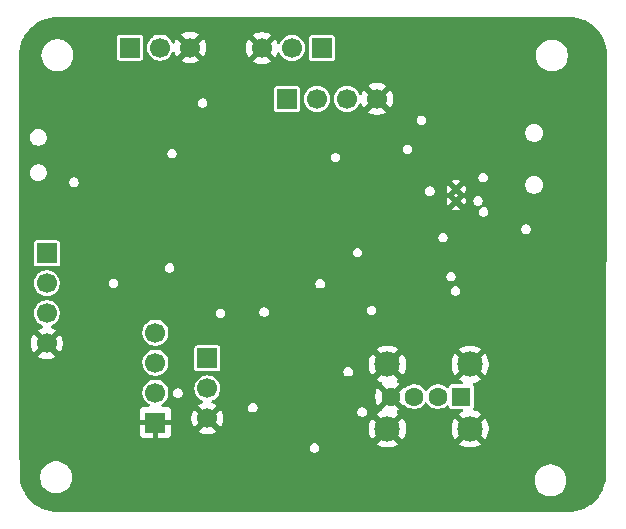
<source format=gbr>
%TF.GenerationSoftware,KiCad,Pcbnew,9.0.3*%
%TF.CreationDate,2025-09-29T14:44:43+08:00*%
%TF.ProjectId,Final Design,46696e61-6c20-4446-9573-69676e2e6b69,rev?*%
%TF.SameCoordinates,Original*%
%TF.FileFunction,Copper,L3,Inr*%
%TF.FilePolarity,Positive*%
%FSLAX46Y46*%
G04 Gerber Fmt 4.6, Leading zero omitted, Abs format (unit mm)*
G04 Created by KiCad (PCBNEW 9.0.3) date 2025-09-29 14:44:43*
%MOMM*%
%LPD*%
G01*
G04 APERTURE LIST*
%TA.AperFunction,ComponentPad*%
%ADD10R,1.700000X1.700000*%
%TD*%
%TA.AperFunction,ComponentPad*%
%ADD11C,1.700000*%
%TD*%
%TA.AperFunction,HeatsinkPad*%
%ADD12C,0.600000*%
%TD*%
%TA.AperFunction,ComponentPad*%
%ADD13R,1.600000X1.600000*%
%TD*%
%TA.AperFunction,ComponentPad*%
%ADD14C,1.600000*%
%TD*%
%TA.AperFunction,ComponentPad*%
%ADD15C,2.150000*%
%TD*%
%TA.AperFunction,ViaPad*%
%ADD16C,0.700000*%
%TD*%
G04 APERTURE END LIST*
D10*
%TO.N,+3.3V*%
%TO.C,J6*%
X79100000Y-56780000D03*
D11*
%TO.N,Net-(J6-Pin_2)*%
X79100000Y-59320000D03*
%TO.N,Net-(J6-Pin_3)*%
X79100000Y-61860000D03*
%TO.N,GND*%
X79100000Y-64400000D03*
%TD*%
D10*
%TO.N,GND*%
%TO.C,L_1*%
X88300000Y-71100000D03*
D11*
%TO.N,+3.3V*%
X88300000Y-68560000D03*
%TO.N,/LASER_1_OUT*%
X88300000Y-66020000D03*
%TO.N,+5V_SYS*%
X88300000Y-63480000D03*
%TD*%
D10*
%TO.N,+5V_SYS*%
%TO.C,R_2*%
X86150000Y-39350000D03*
D11*
%TO.N,/RECEIVER_2_IN*%
X88690000Y-39350000D03*
%TO.N,GND*%
X91230000Y-39350000D03*
%TD*%
D12*
%TO.N,GND*%
%TO.C,U1*%
X113760000Y-52350000D03*
X113760000Y-51350000D03*
%TD*%
D10*
%TO.N,+5V_SYS*%
%TO.C,R_1*%
X92700000Y-65675000D03*
D11*
%TO.N,/RECEIVER_1_IN*%
X92700000Y-68215000D03*
%TO.N,GND*%
X92700000Y-70755000D03*
%TD*%
D10*
%TO.N,+3.3V*%
%TO.C,J1*%
X99440000Y-43700000D03*
D11*
%TO.N,/SWCLK*%
X101980000Y-43700000D03*
%TO.N,/SWDIO*%
X104520000Y-43700000D03*
%TO.N,GND*%
X107060000Y-43700000D03*
%TD*%
D13*
%TO.N,/V_BUS_HOST*%
%TO.C,J4*%
X114210000Y-68900000D03*
D14*
%TO.N,/USB_HOST_N*%
X112210000Y-68900000D03*
%TO.N,/USB_HOST_P*%
X110210000Y-68900000D03*
%TO.N,GND*%
X108210000Y-68900000D03*
D15*
X114940000Y-71620000D03*
X114940000Y-66180000D03*
X107940000Y-71620000D03*
X107940000Y-66180000D03*
%TD*%
D10*
%TO.N,+5V_SYS*%
%TO.C,L_2*%
X102400000Y-39400000D03*
D11*
%TO.N,/LASER_2_OUT*%
X99860000Y-39400000D03*
%TO.N,GND*%
X97320000Y-39400000D03*
%TD*%
D16*
%TO.N,GND*%
X83700000Y-60500000D03*
X111400000Y-61700000D03*
X108000000Y-64000000D03*
X95470000Y-57670000D03*
X115900000Y-37400000D03*
X93408750Y-77880000D03*
X112610000Y-50180000D03*
X122100000Y-56300000D03*
X96500000Y-51000000D03*
X118300000Y-39400000D03*
X117700000Y-46500000D03*
X89200000Y-45500000D03*
X107700000Y-47700000D03*
X83000000Y-37750000D03*
X98090000Y-49470000D03*
X100780000Y-70790000D03*
X90642500Y-75370000D03*
X125360000Y-62770000D03*
X117800000Y-61800000D03*
X116700000Y-64200000D03*
X113880000Y-53450000D03*
X78000000Y-72000000D03*
X120975000Y-55350000D03*
X112400000Y-37400000D03*
X107400000Y-49100000D03*
X82360000Y-67950000D03*
X82100000Y-49050000D03*
X81250000Y-62500000D03*
X105880000Y-64140000D03*
X81250000Y-63750000D03*
X111420000Y-77880000D03*
X109100000Y-43100000D03*
X114160000Y-77900000D03*
X114470000Y-47960000D03*
X87150000Y-50350000D03*
X87816250Y-77880000D03*
X107420000Y-75370000D03*
X99500000Y-57750000D03*
X118580000Y-77880000D03*
X82430000Y-69820000D03*
X101827500Y-75370000D03*
X84350000Y-69700000D03*
X79890000Y-68400000D03*
X81170000Y-43290000D03*
X109100000Y-43900000D03*
X102250000Y-60500000D03*
X101797500Y-77880000D03*
X118200000Y-41700000D03*
X96240000Y-56030000D03*
X88100000Y-48100000D03*
X104623750Y-75370000D03*
X100838000Y-49784000D03*
X82970000Y-44850000D03*
X85110000Y-45010000D03*
X96205000Y-77880000D03*
X125510000Y-57610000D03*
X99500000Y-61000000D03*
X83140000Y-77880000D03*
X95680000Y-60766084D03*
X78000000Y-70000000D03*
X104593750Y-77880000D03*
X90490000Y-72525000D03*
X92250000Y-51750000D03*
X102540000Y-66430000D03*
X97520000Y-64490000D03*
X96910000Y-57700000D03*
X84500000Y-57300000D03*
X102680000Y-67760000D03*
X83550000Y-47850000D03*
X85200000Y-53700000D03*
X100190000Y-51820000D03*
X94340000Y-54780000D03*
X107300000Y-45900000D03*
X92250000Y-49250000D03*
X113460000Y-45550000D03*
X125510000Y-55020000D03*
X85020000Y-77880000D03*
X93300000Y-49250000D03*
X80000000Y-72000000D03*
X98500000Y-54750000D03*
X96160000Y-49250000D03*
X113000000Y-60900000D03*
X88100000Y-52800000D03*
X85050000Y-75370000D03*
X100580000Y-67690000D03*
X102550000Y-46900000D03*
X78470000Y-43220000D03*
X96020000Y-72820000D03*
X104700000Y-65600000D03*
X105850000Y-71190000D03*
X100810000Y-69980000D03*
X93438750Y-75370000D03*
X80000000Y-70000000D03*
X85800000Y-60350000D03*
X100540000Y-54230000D03*
X104300000Y-55100000D03*
X87846250Y-75370000D03*
X118510000Y-75370000D03*
X98500000Y-52500000D03*
X114090000Y-75390000D03*
X83110000Y-41020000D03*
X121650000Y-62900000D03*
X108200000Y-37600000D03*
X82010000Y-52390000D03*
X119250000Y-63600000D03*
X115100000Y-64100000D03*
X113300000Y-62000000D03*
X95420000Y-64420000D03*
X81500000Y-46250000D03*
X107590000Y-77830000D03*
X111350000Y-75370000D03*
X100000000Y-62000000D03*
X116660000Y-55610000D03*
X115440000Y-58310000D03*
X93500000Y-57750000D03*
X94250000Y-52250000D03*
X89670000Y-47250000D03*
X108100000Y-39100000D03*
X83170000Y-75370000D03*
X125360000Y-60180000D03*
X118300000Y-37800000D03*
X90612500Y-77880000D03*
X88150000Y-60150000D03*
X92150000Y-55250000D03*
X99031250Y-75370000D03*
X115430000Y-57350000D03*
X113400000Y-62900000D03*
X84280000Y-67830000D03*
X104050000Y-64230000D03*
X96235000Y-75370000D03*
X88800000Y-55900000D03*
X95250000Y-67090000D03*
X111100000Y-43000000D03*
X77910000Y-68420000D03*
X99001250Y-77880000D03*
X97350000Y-67160000D03*
X98720000Y-72210000D03*
%TD*%
%TA.AperFunction,Conductor*%
%TO.N,GND*%
G36*
X123265824Y-36765577D02*
G01*
X123270867Y-36765579D01*
X123270911Y-36765595D01*
X123311884Y-36765595D01*
X123318325Y-36765765D01*
X123646685Y-36782972D01*
X123659570Y-36784325D01*
X123981159Y-36835258D01*
X123993816Y-36837948D01*
X124308307Y-36922214D01*
X124320629Y-36926218D01*
X124624569Y-37042888D01*
X124636424Y-37048166D01*
X124926505Y-37195969D01*
X124937745Y-37202459D01*
X125210778Y-37379767D01*
X125221278Y-37387396D01*
X125474280Y-37592271D01*
X125483926Y-37600956D01*
X125714127Y-37831156D01*
X125722812Y-37840801D01*
X125914322Y-38077295D01*
X125927693Y-38093806D01*
X125935322Y-38104306D01*
X126112634Y-38377341D01*
X126119124Y-38388582D01*
X126129409Y-38408768D01*
X126264871Y-38674626D01*
X126266924Y-38678654D01*
X126272203Y-38690511D01*
X126388871Y-38994441D01*
X126392882Y-39006785D01*
X126477144Y-39321255D01*
X126479842Y-39333951D01*
X126530768Y-39655489D01*
X126532125Y-39668397D01*
X126549330Y-39996660D01*
X126549500Y-40003150D01*
X126549500Y-40005723D01*
X126474739Y-75394827D01*
X126474626Y-75396116D01*
X126474626Y-75446876D01*
X126474456Y-75453364D01*
X126457163Y-75783300D01*
X126455806Y-75796209D01*
X126404629Y-76119309D01*
X126401931Y-76132004D01*
X126317259Y-76447997D01*
X126313248Y-76460341D01*
X126196014Y-76765744D01*
X126190735Y-76777601D01*
X126042216Y-77069083D01*
X126035726Y-77080324D01*
X125857560Y-77354674D01*
X125849931Y-77365174D01*
X125644053Y-77619411D01*
X125635368Y-77629056D01*
X125404056Y-77860368D01*
X125394411Y-77869053D01*
X125140174Y-78074931D01*
X125129674Y-78082560D01*
X124855324Y-78260726D01*
X124844083Y-78267216D01*
X124552601Y-78415735D01*
X124540744Y-78421014D01*
X124235341Y-78538248D01*
X124222997Y-78542259D01*
X123907004Y-78626931D01*
X123894309Y-78629629D01*
X123571209Y-78680806D01*
X123558300Y-78682163D01*
X123228367Y-78699456D01*
X123221877Y-78699626D01*
X80027451Y-78699626D01*
X80020963Y-78699456D01*
X79999930Y-78698353D01*
X79692602Y-78682247D01*
X79679695Y-78680890D01*
X79358155Y-78629965D01*
X79345459Y-78627267D01*
X79030993Y-78543007D01*
X79018648Y-78538996D01*
X78714716Y-78422327D01*
X78702860Y-78417048D01*
X78412782Y-78269247D01*
X78401541Y-78262757D01*
X78128508Y-78085449D01*
X78118008Y-78077820D01*
X77865013Y-77872950D01*
X77855367Y-77864266D01*
X77625155Y-77634056D01*
X77616470Y-77624410D01*
X77424965Y-77387923D01*
X77411590Y-77371407D01*
X77403964Y-77360910D01*
X77399914Y-77354674D01*
X77270274Y-77155048D01*
X77226651Y-77087875D01*
X77220162Y-77076635D01*
X77072361Y-76786564D01*
X77067085Y-76774717D01*
X76950410Y-76470770D01*
X76946401Y-76458432D01*
X76943605Y-76447997D01*
X76862135Y-76143953D01*
X76859442Y-76131280D01*
X76808508Y-75809711D01*
X76807154Y-75796835D01*
X76798604Y-75633713D01*
X78539500Y-75633713D01*
X78539500Y-75846287D01*
X78543168Y-75869443D01*
X78572753Y-76056239D01*
X78572753Y-76056241D01*
X78572754Y-76056243D01*
X78601256Y-76143964D01*
X78638444Y-76258414D01*
X78734951Y-76447820D01*
X78859890Y-76619786D01*
X79010213Y-76770109D01*
X79182179Y-76895048D01*
X79182181Y-76895049D01*
X79182184Y-76895051D01*
X79371588Y-76991557D01*
X79573757Y-77057246D01*
X79783713Y-77090500D01*
X79783714Y-77090500D01*
X79996286Y-77090500D01*
X79996287Y-77090500D01*
X80206243Y-77057246D01*
X80408412Y-76991557D01*
X80597816Y-76895051D01*
X80747137Y-76786564D01*
X80769786Y-76770109D01*
X80769788Y-76770106D01*
X80769792Y-76770104D01*
X80920104Y-76619792D01*
X80920106Y-76619788D01*
X80920109Y-76619786D01*
X81045048Y-76447820D01*
X81045047Y-76447820D01*
X81045051Y-76447816D01*
X81141557Y-76258412D01*
X81207246Y-76056243D01*
X81232988Y-75893713D01*
X120399500Y-75893713D01*
X120399500Y-76106287D01*
X120409534Y-76169644D01*
X120423594Y-76258414D01*
X120432754Y-76316243D01*
X120480993Y-76464708D01*
X120498444Y-76518414D01*
X120594951Y-76707820D01*
X120719890Y-76879786D01*
X120870213Y-77030109D01*
X121042179Y-77155048D01*
X121042181Y-77155049D01*
X121042184Y-77155051D01*
X121231588Y-77251557D01*
X121433757Y-77317246D01*
X121643713Y-77350500D01*
X121643714Y-77350500D01*
X121856286Y-77350500D01*
X121856287Y-77350500D01*
X122066243Y-77317246D01*
X122268412Y-77251557D01*
X122457816Y-77155051D01*
X122479789Y-77139086D01*
X122629786Y-77030109D01*
X122629788Y-77030106D01*
X122629792Y-77030104D01*
X122780104Y-76879792D01*
X122780106Y-76879788D01*
X122780109Y-76879786D01*
X122905048Y-76707820D01*
X122905047Y-76707820D01*
X122905051Y-76707816D01*
X123001557Y-76518412D01*
X123067246Y-76316243D01*
X123100500Y-76106287D01*
X123100500Y-75893713D01*
X123067246Y-75683757D01*
X123001557Y-75481588D01*
X122905051Y-75292184D01*
X122905049Y-75292181D01*
X122905048Y-75292179D01*
X122780109Y-75120213D01*
X122629786Y-74969890D01*
X122457820Y-74844951D01*
X122268414Y-74748444D01*
X122268413Y-74748443D01*
X122268412Y-74748443D01*
X122066243Y-74682754D01*
X122066241Y-74682753D01*
X122066240Y-74682753D01*
X121904957Y-74657208D01*
X121856287Y-74649500D01*
X121643713Y-74649500D01*
X121595042Y-74657208D01*
X121433760Y-74682753D01*
X121231585Y-74748444D01*
X121042179Y-74844951D01*
X120870213Y-74969890D01*
X120719890Y-75120213D01*
X120594951Y-75292179D01*
X120498444Y-75481585D01*
X120432753Y-75683760D01*
X120403344Y-75869442D01*
X120399500Y-75893713D01*
X81232988Y-75893713D01*
X81240500Y-75846287D01*
X81240500Y-75633713D01*
X81207246Y-75423757D01*
X81141557Y-75221588D01*
X81045051Y-75032184D01*
X81045049Y-75032181D01*
X81045048Y-75032179D01*
X80920109Y-74860213D01*
X80769786Y-74709890D01*
X80597820Y-74584951D01*
X80408414Y-74488444D01*
X80408413Y-74488443D01*
X80408412Y-74488443D01*
X80206243Y-74422754D01*
X80206241Y-74422753D01*
X80206240Y-74422753D01*
X80044957Y-74397208D01*
X79996287Y-74389500D01*
X79783713Y-74389500D01*
X79735042Y-74397208D01*
X79573760Y-74422753D01*
X79371585Y-74488444D01*
X79182179Y-74584951D01*
X79010213Y-74709890D01*
X78859890Y-74860213D01*
X78734951Y-75032179D01*
X78638444Y-75221585D01*
X78572753Y-75423760D01*
X78563594Y-75481588D01*
X78539500Y-75633713D01*
X76798604Y-75633713D01*
X76789960Y-75468785D01*
X76789791Y-75462445D01*
X76789784Y-75456163D01*
X76789784Y-75410518D01*
X76789732Y-75409950D01*
X76787270Y-73187273D01*
X101357000Y-73187273D01*
X101357000Y-73292727D01*
X101384293Y-73394587D01*
X101437020Y-73485913D01*
X101511587Y-73560480D01*
X101602913Y-73613207D01*
X101704773Y-73640500D01*
X101704775Y-73640500D01*
X101810225Y-73640500D01*
X101810227Y-73640500D01*
X101912087Y-73613207D01*
X102003413Y-73560480D01*
X102077980Y-73485913D01*
X102130707Y-73394587D01*
X102158000Y-73292727D01*
X102158000Y-73187273D01*
X102130707Y-73085413D01*
X102077980Y-72994087D01*
X102003413Y-72919520D01*
X101912087Y-72866793D01*
X101810227Y-72839500D01*
X101704773Y-72839500D01*
X101602913Y-72866793D01*
X101602910Y-72866794D01*
X101511585Y-72919521D01*
X101437021Y-72994085D01*
X101384294Y-73085410D01*
X101384293Y-73085413D01*
X101357000Y-73187273D01*
X76787270Y-73187273D01*
X76783963Y-70202155D01*
X86950000Y-70202155D01*
X86950000Y-70850000D01*
X87866988Y-70850000D01*
X87834075Y-70907007D01*
X87800000Y-71034174D01*
X87800000Y-71165826D01*
X87834075Y-71292993D01*
X87866988Y-71350000D01*
X86950000Y-71350000D01*
X86950000Y-71997844D01*
X86956401Y-72057372D01*
X86956403Y-72057379D01*
X87006645Y-72192086D01*
X87006649Y-72192093D01*
X87092809Y-72307187D01*
X87092812Y-72307190D01*
X87207906Y-72393350D01*
X87207913Y-72393354D01*
X87342620Y-72443596D01*
X87342627Y-72443598D01*
X87402155Y-72449999D01*
X87402172Y-72450000D01*
X88050000Y-72450000D01*
X88050000Y-71533012D01*
X88107007Y-71565925D01*
X88234174Y-71600000D01*
X88365826Y-71600000D01*
X88492993Y-71565925D01*
X88550000Y-71533012D01*
X88550000Y-72450000D01*
X89197828Y-72450000D01*
X89197844Y-72449999D01*
X89257372Y-72443598D01*
X89257379Y-72443596D01*
X89392086Y-72393354D01*
X89392093Y-72393350D01*
X89507187Y-72307190D01*
X89507190Y-72307187D01*
X89593350Y-72192093D01*
X89593354Y-72192086D01*
X89643596Y-72057379D01*
X89643598Y-72057372D01*
X89649999Y-71997844D01*
X89650000Y-71997827D01*
X89650000Y-71350000D01*
X88733012Y-71350000D01*
X88765925Y-71292993D01*
X88800000Y-71165826D01*
X88800000Y-71034174D01*
X88765925Y-70907007D01*
X88733012Y-70850000D01*
X89650000Y-70850000D01*
X89650000Y-70648753D01*
X91350000Y-70648753D01*
X91350000Y-70861246D01*
X91383242Y-71071127D01*
X91383242Y-71071130D01*
X91448904Y-71273217D01*
X91545375Y-71462550D01*
X91584728Y-71516716D01*
X92217037Y-70884408D01*
X92234075Y-70947993D01*
X92299901Y-71062007D01*
X92392993Y-71155099D01*
X92507007Y-71220925D01*
X92570590Y-71237962D01*
X91938282Y-71870269D01*
X91938282Y-71870270D01*
X91992449Y-71909624D01*
X92181782Y-72006095D01*
X92383870Y-72071757D01*
X92593754Y-72105000D01*
X92806246Y-72105000D01*
X93016127Y-72071757D01*
X93016130Y-72071757D01*
X93218217Y-72006095D01*
X93407554Y-71909622D01*
X93461716Y-71870270D01*
X93461717Y-71870270D01*
X92829408Y-71237962D01*
X92892993Y-71220925D01*
X93007007Y-71155099D01*
X93100099Y-71062007D01*
X93165925Y-70947993D01*
X93182962Y-70884408D01*
X93815270Y-71516717D01*
X93815270Y-71516716D01*
X93854624Y-71462551D01*
X93868726Y-71434877D01*
X93951095Y-71273217D01*
X94016757Y-71071130D01*
X94016757Y-71071127D01*
X94050000Y-70861246D01*
X94050000Y-70648753D01*
X94016757Y-70438872D01*
X94016757Y-70438869D01*
X93951095Y-70236782D01*
X93854624Y-70047449D01*
X93815270Y-69993282D01*
X93815269Y-69993282D01*
X93182962Y-70625590D01*
X93165925Y-70562007D01*
X93100099Y-70447993D01*
X93007007Y-70354901D01*
X92892993Y-70289075D01*
X92829409Y-70272037D01*
X93304172Y-69797273D01*
X96149500Y-69797273D01*
X96149500Y-69902727D01*
X96176793Y-70004587D01*
X96229520Y-70095913D01*
X96304087Y-70170480D01*
X96395413Y-70223207D01*
X96497273Y-70250500D01*
X96497275Y-70250500D01*
X96602725Y-70250500D01*
X96602727Y-70250500D01*
X96704587Y-70223207D01*
X96795913Y-70170480D01*
X96809120Y-70157273D01*
X105399500Y-70157273D01*
X105399500Y-70262727D01*
X105426793Y-70364587D01*
X105479520Y-70455913D01*
X105554087Y-70530480D01*
X105645413Y-70583207D01*
X105747273Y-70610500D01*
X105747275Y-70610500D01*
X105852725Y-70610500D01*
X105852727Y-70610500D01*
X105954587Y-70583207D01*
X106045913Y-70530480D01*
X106120480Y-70455913D01*
X106173207Y-70364587D01*
X106175803Y-70354901D01*
X106180233Y-70338364D01*
X106200500Y-70262727D01*
X106200500Y-70157273D01*
X106173207Y-70055413D01*
X106120480Y-69964087D01*
X106045913Y-69889520D01*
X105954587Y-69836793D01*
X105852727Y-69809500D01*
X105747273Y-69809500D01*
X105645413Y-69836793D01*
X105645410Y-69836794D01*
X105554085Y-69889521D01*
X105479521Y-69964085D01*
X105426794Y-70055410D01*
X105426793Y-70055413D01*
X105399500Y-70157273D01*
X96809120Y-70157273D01*
X96870480Y-70095913D01*
X96923207Y-70004587D01*
X96950500Y-69902727D01*
X96950500Y-69797273D01*
X96923207Y-69695413D01*
X96870480Y-69604087D01*
X96795913Y-69529520D01*
X96704587Y-69476793D01*
X96602727Y-69449500D01*
X96497273Y-69449500D01*
X96395413Y-69476793D01*
X96395410Y-69476794D01*
X96304085Y-69529521D01*
X96229521Y-69604085D01*
X96176794Y-69695410D01*
X96176793Y-69695413D01*
X96149500Y-69797273D01*
X93304172Y-69797273D01*
X93399980Y-69701465D01*
X93461716Y-69639728D01*
X93407550Y-69600375D01*
X93218217Y-69503904D01*
X93119287Y-69471760D01*
X93061611Y-69432323D01*
X93034413Y-69367964D01*
X93046328Y-69299118D01*
X93093572Y-69247642D01*
X93119290Y-69235897D01*
X93122445Y-69234873D01*
X93276788Y-69156232D01*
X93416928Y-69054414D01*
X93539414Y-68931928D01*
X93641232Y-68791788D01*
X93719873Y-68637445D01*
X93773402Y-68472701D01*
X93800500Y-68301611D01*
X93800500Y-68128389D01*
X93773402Y-67957299D01*
X93719873Y-67792555D01*
X93641232Y-67638212D01*
X93539414Y-67498072D01*
X93416928Y-67375586D01*
X93276788Y-67273768D01*
X93122445Y-67195127D01*
X92957701Y-67141598D01*
X92957699Y-67141597D01*
X92957698Y-67141597D01*
X92826271Y-67120781D01*
X92786611Y-67114500D01*
X92613389Y-67114500D01*
X92573728Y-67120781D01*
X92442302Y-67141597D01*
X92277552Y-67195128D01*
X92123211Y-67273768D01*
X92043256Y-67331859D01*
X91983072Y-67375586D01*
X91983070Y-67375588D01*
X91983069Y-67375588D01*
X91860588Y-67498069D01*
X91860588Y-67498070D01*
X91860586Y-67498072D01*
X91820856Y-67552756D01*
X91758768Y-67638211D01*
X91680128Y-67792552D01*
X91626597Y-67957302D01*
X91619476Y-68002264D01*
X91599500Y-68128389D01*
X91599500Y-68301611D01*
X91607394Y-68351451D01*
X91622275Y-68445410D01*
X91626598Y-68472701D01*
X91680127Y-68637445D01*
X91758768Y-68791788D01*
X91860586Y-68931928D01*
X91983072Y-69054414D01*
X92123212Y-69156232D01*
X92277555Y-69234873D01*
X92280708Y-69235897D01*
X92281752Y-69236611D01*
X92282048Y-69236734D01*
X92282022Y-69236795D01*
X92338383Y-69275330D01*
X92365585Y-69339688D01*
X92353674Y-69408535D01*
X92306433Y-69460013D01*
X92280712Y-69471760D01*
X92181783Y-69503904D01*
X91992439Y-69600380D01*
X91938282Y-69639727D01*
X91938282Y-69639728D01*
X92570591Y-70272037D01*
X92507007Y-70289075D01*
X92392993Y-70354901D01*
X92299901Y-70447993D01*
X92234075Y-70562007D01*
X92217037Y-70625591D01*
X91584728Y-69993282D01*
X91584727Y-69993282D01*
X91545380Y-70047439D01*
X91448904Y-70236782D01*
X91383242Y-70438869D01*
X91383242Y-70438872D01*
X91350000Y-70648753D01*
X89650000Y-70648753D01*
X89650000Y-70202172D01*
X89649999Y-70202155D01*
X89643598Y-70142627D01*
X89643596Y-70142620D01*
X89593354Y-70007913D01*
X89593350Y-70007906D01*
X89507190Y-69892812D01*
X89507187Y-69892809D01*
X89392093Y-69806649D01*
X89392086Y-69806645D01*
X89257379Y-69756403D01*
X89257372Y-69756401D01*
X89197844Y-69750000D01*
X88905051Y-69750000D01*
X88838012Y-69730315D01*
X88792257Y-69677511D01*
X88782313Y-69608353D01*
X88811338Y-69544797D01*
X88848756Y-69515515D01*
X88851471Y-69514131D01*
X88876788Y-69501232D01*
X89016928Y-69399414D01*
X89139414Y-69276928D01*
X89241232Y-69136788D01*
X89319873Y-68982445D01*
X89373402Y-68817701D01*
X89400500Y-68646611D01*
X89400500Y-68547273D01*
X89799500Y-68547273D01*
X89799500Y-68652727D01*
X89826793Y-68754587D01*
X89879520Y-68845913D01*
X89954087Y-68920480D01*
X90045413Y-68973207D01*
X90147273Y-69000500D01*
X90147275Y-69000500D01*
X90252725Y-69000500D01*
X90252727Y-69000500D01*
X90354587Y-68973207D01*
X90445913Y-68920480D01*
X90520480Y-68845913D01*
X90573207Y-68754587D01*
X90600500Y-68652727D01*
X90600500Y-68547273D01*
X90573207Y-68445413D01*
X90520480Y-68354087D01*
X90445913Y-68279520D01*
X90354587Y-68226793D01*
X90252727Y-68199500D01*
X90147273Y-68199500D01*
X90045413Y-68226793D01*
X90045410Y-68226794D01*
X89954085Y-68279521D01*
X89879521Y-68354085D01*
X89826794Y-68445410D01*
X89826793Y-68445413D01*
X89799500Y-68547273D01*
X89400500Y-68547273D01*
X89400500Y-68473389D01*
X89373402Y-68302299D01*
X89319873Y-68137555D01*
X89241232Y-67983212D01*
X89139414Y-67843072D01*
X89016928Y-67720586D01*
X88876788Y-67618768D01*
X88722445Y-67540127D01*
X88557701Y-67486598D01*
X88557699Y-67486597D01*
X88557698Y-67486597D01*
X88426271Y-67465781D01*
X88386611Y-67459500D01*
X88213389Y-67459500D01*
X88173728Y-67465781D01*
X88042302Y-67486597D01*
X87877552Y-67540128D01*
X87723211Y-67618768D01*
X87662346Y-67662990D01*
X87583072Y-67720586D01*
X87583070Y-67720588D01*
X87583069Y-67720588D01*
X87460588Y-67843069D01*
X87460588Y-67843070D01*
X87460586Y-67843072D01*
X87426587Y-67889868D01*
X87358768Y-67983211D01*
X87280128Y-68137552D01*
X87226597Y-68302302D01*
X87210970Y-68400968D01*
X87199500Y-68473389D01*
X87199500Y-68646611D01*
X87200469Y-68652726D01*
X87223245Y-68796535D01*
X87226598Y-68817701D01*
X87280127Y-68982445D01*
X87358768Y-69136788D01*
X87460586Y-69276928D01*
X87583072Y-69399414D01*
X87723212Y-69501232D01*
X87746213Y-69512951D01*
X87751244Y-69515515D01*
X87802040Y-69563490D01*
X87818835Y-69631311D01*
X87796297Y-69697446D01*
X87741582Y-69740897D01*
X87694949Y-69750000D01*
X87402155Y-69750000D01*
X87342627Y-69756401D01*
X87342620Y-69756403D01*
X87207913Y-69806645D01*
X87207906Y-69806649D01*
X87092812Y-69892809D01*
X87092809Y-69892812D01*
X87006649Y-70007906D01*
X87006645Y-70007913D01*
X86956403Y-70142620D01*
X86956401Y-70142627D01*
X86950000Y-70202155D01*
X76783963Y-70202155D01*
X76779234Y-65933389D01*
X87199500Y-65933389D01*
X87199500Y-66106610D01*
X87211123Y-66179999D01*
X87226598Y-66277701D01*
X87280127Y-66442445D01*
X87358768Y-66596788D01*
X87460586Y-66736928D01*
X87583072Y-66859414D01*
X87723212Y-66961232D01*
X87877555Y-67039873D01*
X88042299Y-67093402D01*
X88213389Y-67120500D01*
X88213390Y-67120500D01*
X88386610Y-67120500D01*
X88386611Y-67120500D01*
X88557701Y-67093402D01*
X88722445Y-67039873D01*
X88876788Y-66961232D01*
X89016928Y-66859414D01*
X89139414Y-66736928D01*
X89241232Y-66596788D01*
X89319873Y-66442445D01*
X89373402Y-66277701D01*
X89400500Y-66106611D01*
X89400500Y-65933389D01*
X89373402Y-65762299D01*
X89319873Y-65597555D01*
X89241232Y-65443212D01*
X89139414Y-65303072D01*
X89016928Y-65180586D01*
X88876788Y-65078768D01*
X88722445Y-65000127D01*
X88557701Y-64946598D01*
X88557699Y-64946597D01*
X88557698Y-64946597D01*
X88426271Y-64925781D01*
X88386611Y-64919500D01*
X88213389Y-64919500D01*
X88173728Y-64925781D01*
X88042302Y-64946597D01*
X87877552Y-65000128D01*
X87723211Y-65078768D01*
X87643256Y-65136859D01*
X87583072Y-65180586D01*
X87583070Y-65180588D01*
X87583069Y-65180588D01*
X87460588Y-65303069D01*
X87460588Y-65303070D01*
X87460586Y-65303072D01*
X87423210Y-65354516D01*
X87358768Y-65443211D01*
X87280128Y-65597552D01*
X87226597Y-65762302D01*
X87199500Y-65933389D01*
X76779234Y-65933389D01*
X76777417Y-64293753D01*
X77750000Y-64293753D01*
X77750000Y-64506246D01*
X77783242Y-64716127D01*
X77783242Y-64716130D01*
X77848904Y-64918217D01*
X77945375Y-65107550D01*
X77984728Y-65161716D01*
X78617037Y-64529408D01*
X78634075Y-64592993D01*
X78699901Y-64707007D01*
X78792993Y-64800099D01*
X78907007Y-64865925D01*
X78970590Y-64882962D01*
X78338282Y-65515269D01*
X78338282Y-65515270D01*
X78392449Y-65554624D01*
X78581782Y-65651095D01*
X78783870Y-65716757D01*
X78993754Y-65750000D01*
X79206246Y-65750000D01*
X79416127Y-65716757D01*
X79416130Y-65716757D01*
X79618217Y-65651095D01*
X79807554Y-65554622D01*
X79861716Y-65515270D01*
X79861717Y-65515270D01*
X79229408Y-64882962D01*
X79292993Y-64865925D01*
X79407007Y-64800099D01*
X79500099Y-64707007D01*
X79565925Y-64592993D01*
X79582962Y-64529408D01*
X80215270Y-65161717D01*
X80215270Y-65161716D01*
X80254622Y-65107554D01*
X80351095Y-64918217D01*
X80389402Y-64800321D01*
X91599500Y-64800321D01*
X91599500Y-66549678D01*
X91614032Y-66622735D01*
X91614033Y-66622739D01*
X91614034Y-66622740D01*
X91669399Y-66705601D01*
X91731767Y-66747273D01*
X91752260Y-66760966D01*
X91752264Y-66760967D01*
X91825321Y-66775499D01*
X91825324Y-66775500D01*
X91825326Y-66775500D01*
X93574676Y-66775500D01*
X93574677Y-66775499D01*
X93647740Y-66760966D01*
X93668233Y-66747273D01*
X104219500Y-66747273D01*
X104219500Y-66852727D01*
X104246793Y-66954587D01*
X104299520Y-67045913D01*
X104374087Y-67120480D01*
X104465413Y-67173207D01*
X104567273Y-67200500D01*
X104567275Y-67200500D01*
X104672725Y-67200500D01*
X104672727Y-67200500D01*
X104774587Y-67173207D01*
X104865913Y-67120480D01*
X104940480Y-67045913D01*
X104993207Y-66954587D01*
X105020500Y-66852727D01*
X105020500Y-66747273D01*
X104993207Y-66645413D01*
X104940480Y-66554087D01*
X104865913Y-66479520D01*
X104774587Y-66426793D01*
X104672727Y-66399500D01*
X104567273Y-66399500D01*
X104465413Y-66426793D01*
X104465410Y-66426794D01*
X104374085Y-66479521D01*
X104299521Y-66554085D01*
X104246794Y-66645410D01*
X104246793Y-66645413D01*
X104219500Y-66747273D01*
X93668233Y-66747273D01*
X93730601Y-66705601D01*
X93785966Y-66622740D01*
X93800500Y-66549674D01*
X93800500Y-66056045D01*
X106365000Y-66056045D01*
X106365000Y-66303954D01*
X106403782Y-66548814D01*
X106480388Y-66784587D01*
X106480389Y-66784590D01*
X106592939Y-67005480D01*
X106663646Y-67102798D01*
X106663647Y-67102799D01*
X107262421Y-66504024D01*
X107275359Y-66535258D01*
X107357437Y-66658097D01*
X107461903Y-66762563D01*
X107584742Y-66844641D01*
X107615974Y-66857578D01*
X107017199Y-67456352D01*
X107114521Y-67527060D01*
X107114527Y-67527064D01*
X107335409Y-67639610D01*
X107335412Y-67639611D01*
X107401284Y-67661014D01*
X107458959Y-67700451D01*
X107486158Y-67764810D01*
X107486584Y-67788674D01*
X107484077Y-67820524D01*
X108113250Y-68449697D01*
X108032447Y-68471349D01*
X107927554Y-68531909D01*
X107841909Y-68617554D01*
X107781349Y-68722447D01*
X107759697Y-68803250D01*
X107130524Y-68174077D01*
X107130523Y-68174077D01*
X107098143Y-68218644D01*
X107005244Y-68400968D01*
X106942009Y-68595582D01*
X106910000Y-68797682D01*
X106910000Y-69002317D01*
X106942009Y-69204417D01*
X107005244Y-69399031D01*
X107098141Y-69581350D01*
X107098147Y-69581359D01*
X107130523Y-69625921D01*
X107130524Y-69625922D01*
X107759697Y-68996749D01*
X107781349Y-69077553D01*
X107841909Y-69182446D01*
X107927554Y-69268091D01*
X108032447Y-69328651D01*
X108113249Y-69350302D01*
X107484076Y-69979474D01*
X107486583Y-70011327D01*
X107472218Y-70079704D01*
X107423166Y-70129461D01*
X107401283Y-70138986D01*
X107335412Y-70160388D01*
X107335409Y-70160389D01*
X107114516Y-70272941D01*
X107017200Y-70343644D01*
X107017199Y-70343646D01*
X107615975Y-70942421D01*
X107584742Y-70955359D01*
X107461903Y-71037437D01*
X107357437Y-71141903D01*
X107275359Y-71264742D01*
X107262421Y-71295974D01*
X106663646Y-70697199D01*
X106663644Y-70697200D01*
X106592941Y-70794516D01*
X106480389Y-71015409D01*
X106480388Y-71015412D01*
X106403782Y-71251185D01*
X106365000Y-71496045D01*
X106365000Y-71743954D01*
X106403782Y-71988814D01*
X106480388Y-72224587D01*
X106480389Y-72224590D01*
X106592939Y-72445480D01*
X106663646Y-72542798D01*
X106663647Y-72542799D01*
X107262421Y-71944024D01*
X107275359Y-71975258D01*
X107357437Y-72098097D01*
X107461903Y-72202563D01*
X107584742Y-72284641D01*
X107615974Y-72297578D01*
X107017199Y-72896352D01*
X107114521Y-72967060D01*
X107114527Y-72967064D01*
X107335409Y-73079610D01*
X107335412Y-73079611D01*
X107571185Y-73156217D01*
X107816046Y-73195000D01*
X108063954Y-73195000D01*
X108308814Y-73156217D01*
X108544587Y-73079611D01*
X108544590Y-73079610D01*
X108765480Y-72967060D01*
X108862798Y-72896352D01*
X108264024Y-72297578D01*
X108295258Y-72284641D01*
X108418097Y-72202563D01*
X108522563Y-72098097D01*
X108604641Y-71975258D01*
X108617578Y-71944025D01*
X109216352Y-72542799D01*
X109216352Y-72542798D01*
X109287060Y-72445480D01*
X109399610Y-72224590D01*
X109399611Y-72224587D01*
X109476217Y-71988814D01*
X109515000Y-71743954D01*
X109515000Y-71496045D01*
X109476217Y-71251185D01*
X109399611Y-71015412D01*
X109399610Y-71015409D01*
X109287064Y-70794527D01*
X109287060Y-70794521D01*
X109216352Y-70697200D01*
X109216352Y-70697199D01*
X108617577Y-71295974D01*
X108604641Y-71264742D01*
X108522563Y-71141903D01*
X108418097Y-71037437D01*
X108295258Y-70955359D01*
X108264024Y-70942421D01*
X108862799Y-70343647D01*
X108862798Y-70343646D01*
X108769851Y-70276115D01*
X108727186Y-70220785D01*
X108721207Y-70151171D01*
X108753813Y-70089376D01*
X108786443Y-70065312D01*
X108891346Y-70011861D01*
X108891347Y-70011861D01*
X108935921Y-69979474D01*
X108306749Y-69350302D01*
X108387553Y-69328651D01*
X108492446Y-69268091D01*
X108578091Y-69182446D01*
X108638651Y-69077553D01*
X108660302Y-68996750D01*
X109289474Y-69625922D01*
X109304913Y-69624706D01*
X109327134Y-69607571D01*
X109396748Y-69601590D01*
X109458544Y-69634194D01*
X109459807Y-69635440D01*
X109540342Y-69715975D01*
X109540345Y-69715977D01*
X109712402Y-69830941D01*
X109903580Y-69910130D01*
X110106530Y-69950499D01*
X110106534Y-69950500D01*
X110106535Y-69950500D01*
X110313466Y-69950500D01*
X110313467Y-69950499D01*
X110516420Y-69910130D01*
X110707598Y-69830941D01*
X110879655Y-69715977D01*
X111025977Y-69569655D01*
X111106898Y-69448546D01*
X111160509Y-69403742D01*
X111229834Y-69395035D01*
X111292862Y-69425189D01*
X111313100Y-69448545D01*
X111328612Y-69471760D01*
X111394024Y-69569657D01*
X111540342Y-69715975D01*
X111540345Y-69715977D01*
X111712402Y-69830941D01*
X111903580Y-69910130D01*
X112106530Y-69950499D01*
X112106534Y-69950500D01*
X112106535Y-69950500D01*
X112313466Y-69950500D01*
X112313467Y-69950499D01*
X112516420Y-69910130D01*
X112707598Y-69830941D01*
X112879655Y-69715977D01*
X112948243Y-69647388D01*
X113009564Y-69613905D01*
X113079256Y-69618889D01*
X113135190Y-69660760D01*
X113157736Y-69718814D01*
X113158311Y-69718700D01*
X113158960Y-69721965D01*
X113159325Y-69722904D01*
X113159499Y-69724675D01*
X113174032Y-69797735D01*
X113174033Y-69797739D01*
X113192405Y-69825235D01*
X113229399Y-69880601D01*
X113312260Y-69935966D01*
X113312264Y-69935967D01*
X113385321Y-69950499D01*
X113385324Y-69950500D01*
X114230844Y-69950500D01*
X114297883Y-69970185D01*
X114343638Y-70022989D01*
X114353582Y-70092147D01*
X114324557Y-70155703D01*
X114287139Y-70184985D01*
X114114516Y-70272941D01*
X114017200Y-70343644D01*
X114017199Y-70343646D01*
X114615975Y-70942421D01*
X114584742Y-70955359D01*
X114461903Y-71037437D01*
X114357437Y-71141903D01*
X114275359Y-71264742D01*
X114262421Y-71295974D01*
X113663646Y-70697199D01*
X113663644Y-70697200D01*
X113592941Y-70794516D01*
X113480389Y-71015409D01*
X113480388Y-71015412D01*
X113403782Y-71251185D01*
X113365000Y-71496045D01*
X113365000Y-71743954D01*
X113403782Y-71988814D01*
X113480388Y-72224587D01*
X113480389Y-72224590D01*
X113592939Y-72445480D01*
X113663646Y-72542798D01*
X113663647Y-72542799D01*
X114262421Y-71944024D01*
X114275359Y-71975258D01*
X114357437Y-72098097D01*
X114461903Y-72202563D01*
X114584742Y-72284641D01*
X114615974Y-72297578D01*
X114017199Y-72896352D01*
X114114521Y-72967060D01*
X114114527Y-72967064D01*
X114335409Y-73079610D01*
X114335412Y-73079611D01*
X114571185Y-73156217D01*
X114816046Y-73195000D01*
X115063954Y-73195000D01*
X115308814Y-73156217D01*
X115544587Y-73079611D01*
X115544590Y-73079610D01*
X115765480Y-72967060D01*
X115862798Y-72896352D01*
X115264024Y-72297578D01*
X115295258Y-72284641D01*
X115418097Y-72202563D01*
X115522563Y-72098097D01*
X115604641Y-71975258D01*
X115617578Y-71944025D01*
X116216352Y-72542799D01*
X116216352Y-72542798D01*
X116287060Y-72445480D01*
X116399610Y-72224590D01*
X116399611Y-72224587D01*
X116476217Y-71988814D01*
X116515000Y-71743954D01*
X116515000Y-71496045D01*
X116476217Y-71251185D01*
X116399611Y-71015412D01*
X116399610Y-71015409D01*
X116287064Y-70794527D01*
X116287060Y-70794521D01*
X116216352Y-70697200D01*
X116216352Y-70697199D01*
X115617577Y-71295974D01*
X115604641Y-71264742D01*
X115522563Y-71141903D01*
X115418097Y-71037437D01*
X115295258Y-70955359D01*
X115264024Y-70942421D01*
X115862799Y-70343647D01*
X115862798Y-70343646D01*
X115765480Y-70272939D01*
X115544590Y-70160389D01*
X115544587Y-70160388D01*
X115308814Y-70083782D01*
X115270466Y-70077708D01*
X115207331Y-70047778D01*
X115170401Y-69988466D01*
X115171399Y-69918604D01*
X115186763Y-69886345D01*
X115245964Y-69797743D01*
X115245964Y-69797742D01*
X115245966Y-69797740D01*
X115246059Y-69797275D01*
X115246342Y-69795847D01*
X115260500Y-69724674D01*
X115260500Y-68075326D01*
X115260500Y-68075323D01*
X115260499Y-68075321D01*
X115245967Y-68002264D01*
X115245966Y-68002260D01*
X115223782Y-67969059D01*
X115190601Y-67919399D01*
X115190600Y-67919398D01*
X115186762Y-67913654D01*
X115165885Y-67846976D01*
X115184370Y-67779596D01*
X115236349Y-67732907D01*
X115270469Y-67722290D01*
X115308818Y-67716216D01*
X115544587Y-67639611D01*
X115544590Y-67639610D01*
X115765480Y-67527060D01*
X115862798Y-67456352D01*
X115264024Y-66857578D01*
X115295258Y-66844641D01*
X115418097Y-66762563D01*
X115522563Y-66658097D01*
X115604641Y-66535258D01*
X115617578Y-66504024D01*
X116216352Y-67102798D01*
X116287060Y-67005480D01*
X116399610Y-66784590D01*
X116399611Y-66784587D01*
X116476217Y-66548814D01*
X116515000Y-66303954D01*
X116515000Y-66056045D01*
X116476217Y-65811185D01*
X116399611Y-65575412D01*
X116399610Y-65575409D01*
X116287064Y-65354527D01*
X116287060Y-65354521D01*
X116216352Y-65257200D01*
X116216352Y-65257199D01*
X115617577Y-65855974D01*
X115604641Y-65824742D01*
X115522563Y-65701903D01*
X115418097Y-65597437D01*
X115295258Y-65515359D01*
X115264024Y-65502421D01*
X115862799Y-64903647D01*
X115862798Y-64903646D01*
X115765480Y-64832939D01*
X115544590Y-64720389D01*
X115544587Y-64720388D01*
X115308814Y-64643782D01*
X115063954Y-64605000D01*
X114816046Y-64605000D01*
X114571185Y-64643782D01*
X114335412Y-64720388D01*
X114335409Y-64720389D01*
X114114516Y-64832941D01*
X114017200Y-64903644D01*
X114017199Y-64903646D01*
X114615975Y-65502421D01*
X114584742Y-65515359D01*
X114461903Y-65597437D01*
X114357437Y-65701903D01*
X114275359Y-65824742D01*
X114262421Y-65855974D01*
X113663646Y-65257199D01*
X113663644Y-65257200D01*
X113592941Y-65354516D01*
X113480389Y-65575409D01*
X113480388Y-65575412D01*
X113403782Y-65811185D01*
X113365000Y-66056045D01*
X113365000Y-66303954D01*
X113403782Y-66548814D01*
X113480388Y-66784587D01*
X113480389Y-66784590D01*
X113592939Y-67005480D01*
X113663646Y-67102798D01*
X113663647Y-67102799D01*
X114262421Y-66504024D01*
X114275359Y-66535258D01*
X114357437Y-66658097D01*
X114461903Y-66762563D01*
X114584742Y-66844641D01*
X114615974Y-66857578D01*
X114017199Y-67456352D01*
X114114521Y-67527060D01*
X114114527Y-67527064D01*
X114287139Y-67615015D01*
X114337935Y-67662990D01*
X114354730Y-67730811D01*
X114332193Y-67796946D01*
X114277477Y-67840397D01*
X114230844Y-67849500D01*
X113385323Y-67849500D01*
X113312264Y-67864032D01*
X113312260Y-67864033D01*
X113229399Y-67919399D01*
X113174033Y-68002260D01*
X113174032Y-68002264D01*
X113159499Y-68075323D01*
X113159325Y-68077096D01*
X113158974Y-68077963D01*
X113158311Y-68081300D01*
X113157677Y-68081174D01*
X113133156Y-68141880D01*
X113076117Y-68182233D01*
X113006317Y-68185342D01*
X112948242Y-68152609D01*
X112879657Y-68084024D01*
X112757287Y-68002260D01*
X112707598Y-67969059D01*
X112679214Y-67957302D01*
X112516420Y-67889870D01*
X112516412Y-67889868D01*
X112313469Y-67849500D01*
X112313465Y-67849500D01*
X112106535Y-67849500D01*
X112106530Y-67849500D01*
X111903587Y-67889868D01*
X111903579Y-67889870D01*
X111712403Y-67969058D01*
X111540342Y-68084024D01*
X111394025Y-68230341D01*
X111394019Y-68230349D01*
X111313102Y-68351451D01*
X111259490Y-68396257D01*
X111190165Y-68404964D01*
X111127138Y-68374810D01*
X111106898Y-68351451D01*
X111025980Y-68230349D01*
X111025974Y-68230341D01*
X110879657Y-68084024D01*
X110757287Y-68002260D01*
X110707598Y-67969059D01*
X110679214Y-67957302D01*
X110516420Y-67889870D01*
X110516412Y-67889868D01*
X110313469Y-67849500D01*
X110313465Y-67849500D01*
X110106535Y-67849500D01*
X110106530Y-67849500D01*
X109903587Y-67889868D01*
X109903579Y-67889870D01*
X109712403Y-67969058D01*
X109540344Y-68084023D01*
X109459808Y-68164559D01*
X109398484Y-68198043D01*
X109328793Y-68193059D01*
X109305076Y-68175304D01*
X109289474Y-68174076D01*
X108660302Y-68803249D01*
X108638651Y-68722447D01*
X108578091Y-68617554D01*
X108492446Y-68531909D01*
X108387553Y-68471349D01*
X108306748Y-68449697D01*
X108935922Y-67820524D01*
X108935921Y-67820523D01*
X108891359Y-67788147D01*
X108891345Y-67788138D01*
X108786441Y-67734686D01*
X108735646Y-67686712D01*
X108718851Y-67618891D01*
X108741389Y-67552756D01*
X108769851Y-67523885D01*
X108862798Y-67456353D01*
X108862798Y-67456352D01*
X108264024Y-66857578D01*
X108295258Y-66844641D01*
X108418097Y-66762563D01*
X108522563Y-66658097D01*
X108604641Y-66535258D01*
X108617578Y-66504025D01*
X109216352Y-67102799D01*
X109216352Y-67102798D01*
X109287060Y-67005480D01*
X109399610Y-66784590D01*
X109399611Y-66784587D01*
X109476217Y-66548814D01*
X109515000Y-66303954D01*
X109515000Y-66056045D01*
X109476217Y-65811185D01*
X109399611Y-65575412D01*
X109399610Y-65575409D01*
X109287064Y-65354527D01*
X109287060Y-65354521D01*
X109216352Y-65257200D01*
X109216352Y-65257199D01*
X108617577Y-65855974D01*
X108604641Y-65824742D01*
X108522563Y-65701903D01*
X108418097Y-65597437D01*
X108295258Y-65515359D01*
X108264024Y-65502421D01*
X108862799Y-64903647D01*
X108862798Y-64903646D01*
X108765480Y-64832939D01*
X108544590Y-64720389D01*
X108544587Y-64720388D01*
X108308814Y-64643782D01*
X108063954Y-64605000D01*
X107816046Y-64605000D01*
X107571185Y-64643782D01*
X107335412Y-64720388D01*
X107335409Y-64720389D01*
X107114516Y-64832941D01*
X107017200Y-64903644D01*
X107017199Y-64903646D01*
X107615975Y-65502421D01*
X107584742Y-65515359D01*
X107461903Y-65597437D01*
X107357437Y-65701903D01*
X107275359Y-65824742D01*
X107262421Y-65855974D01*
X106663646Y-65257199D01*
X106663644Y-65257200D01*
X106592941Y-65354516D01*
X106480389Y-65575409D01*
X106480388Y-65575412D01*
X106403782Y-65811185D01*
X106365000Y-66056045D01*
X93800500Y-66056045D01*
X93800500Y-64800326D01*
X93800500Y-64800323D01*
X93800499Y-64800321D01*
X93785967Y-64727264D01*
X93785966Y-64727260D01*
X93778527Y-64716127D01*
X93730601Y-64644399D01*
X93671635Y-64605000D01*
X93647739Y-64589033D01*
X93647735Y-64589032D01*
X93574677Y-64574500D01*
X93574674Y-64574500D01*
X91825326Y-64574500D01*
X91825323Y-64574500D01*
X91752264Y-64589032D01*
X91752260Y-64589033D01*
X91669399Y-64644399D01*
X91614033Y-64727260D01*
X91614032Y-64727264D01*
X91599500Y-64800321D01*
X80389402Y-64800321D01*
X80403830Y-64755916D01*
X80416757Y-64716130D01*
X80416757Y-64716127D01*
X80450000Y-64506246D01*
X80450000Y-64293753D01*
X80416757Y-64083872D01*
X80416757Y-64083869D01*
X80351095Y-63881782D01*
X80254624Y-63692449D01*
X80215270Y-63638282D01*
X80215269Y-63638282D01*
X79582962Y-64270590D01*
X79565925Y-64207007D01*
X79500099Y-64092993D01*
X79407007Y-63999901D01*
X79292993Y-63934075D01*
X79229409Y-63917037D01*
X79753056Y-63393389D01*
X87199500Y-63393389D01*
X87199500Y-63566611D01*
X87226598Y-63737701D01*
X87280127Y-63902445D01*
X87358768Y-64056788D01*
X87460586Y-64196928D01*
X87583072Y-64319414D01*
X87723212Y-64421232D01*
X87877555Y-64499873D01*
X88042299Y-64553402D01*
X88213389Y-64580500D01*
X88213390Y-64580500D01*
X88386610Y-64580500D01*
X88386611Y-64580500D01*
X88557701Y-64553402D01*
X88722445Y-64499873D01*
X88876788Y-64421232D01*
X89016928Y-64319414D01*
X89139414Y-64196928D01*
X89241232Y-64056788D01*
X89319873Y-63902445D01*
X89373402Y-63737701D01*
X89400500Y-63566611D01*
X89400500Y-63393389D01*
X89373402Y-63222299D01*
X89319873Y-63057555D01*
X89241232Y-62903212D01*
X89139414Y-62763072D01*
X89016928Y-62640586D01*
X88876788Y-62538768D01*
X88722445Y-62460127D01*
X88557701Y-62406598D01*
X88557699Y-62406597D01*
X88557698Y-62406597D01*
X88426271Y-62385781D01*
X88386611Y-62379500D01*
X88213389Y-62379500D01*
X88173728Y-62385781D01*
X88042302Y-62406597D01*
X87877552Y-62460128D01*
X87723211Y-62538768D01*
X87643256Y-62596859D01*
X87583072Y-62640586D01*
X87583070Y-62640588D01*
X87583069Y-62640588D01*
X87460588Y-62763069D01*
X87460588Y-62763070D01*
X87460586Y-62763072D01*
X87432862Y-62801231D01*
X87358768Y-62903211D01*
X87280128Y-63057552D01*
X87226597Y-63222302D01*
X87222943Y-63245375D01*
X87199500Y-63393389D01*
X79753056Y-63393389D01*
X79845609Y-63300836D01*
X79861716Y-63284728D01*
X79807550Y-63245375D01*
X79618217Y-63148904D01*
X79519287Y-63116760D01*
X79461611Y-63077323D01*
X79434413Y-63012964D01*
X79446328Y-62944118D01*
X79493572Y-62892642D01*
X79519290Y-62880897D01*
X79522445Y-62879873D01*
X79676788Y-62801232D01*
X79816928Y-62699414D01*
X79939414Y-62576928D01*
X80041232Y-62436788D01*
X80119873Y-62282445D01*
X80173402Y-62117701D01*
X80200500Y-61946611D01*
X80200500Y-61797273D01*
X93399500Y-61797273D01*
X93399500Y-61902727D01*
X93426793Y-62004587D01*
X93479520Y-62095913D01*
X93554087Y-62170480D01*
X93645413Y-62223207D01*
X93747273Y-62250500D01*
X93747275Y-62250500D01*
X93852725Y-62250500D01*
X93852727Y-62250500D01*
X93954587Y-62223207D01*
X94045913Y-62170480D01*
X94120480Y-62095913D01*
X94173207Y-62004587D01*
X94200500Y-61902727D01*
X94200500Y-61797273D01*
X94173705Y-61697273D01*
X97099500Y-61697273D01*
X97099500Y-61802727D01*
X97126793Y-61904587D01*
X97179520Y-61995913D01*
X97254087Y-62070480D01*
X97345413Y-62123207D01*
X97447273Y-62150500D01*
X97447275Y-62150500D01*
X97552725Y-62150500D01*
X97552727Y-62150500D01*
X97654587Y-62123207D01*
X97745913Y-62070480D01*
X97820480Y-61995913D01*
X97873207Y-61904587D01*
X97900500Y-61802727D01*
X97900500Y-61697273D01*
X97873207Y-61595413D01*
X97845413Y-61547273D01*
X106199500Y-61547273D01*
X106199500Y-61652727D01*
X106226793Y-61754587D01*
X106279520Y-61845913D01*
X106354087Y-61920480D01*
X106445413Y-61973207D01*
X106547273Y-62000500D01*
X106547275Y-62000500D01*
X106652725Y-62000500D01*
X106652727Y-62000500D01*
X106754587Y-61973207D01*
X106845913Y-61920480D01*
X106920480Y-61845913D01*
X106973207Y-61754587D01*
X107000500Y-61652727D01*
X107000500Y-61547273D01*
X106973207Y-61445413D01*
X106920480Y-61354087D01*
X106845913Y-61279520D01*
X106754587Y-61226793D01*
X106652727Y-61199500D01*
X106547273Y-61199500D01*
X106445413Y-61226793D01*
X106445410Y-61226794D01*
X106354085Y-61279521D01*
X106279521Y-61354085D01*
X106226794Y-61445410D01*
X106226793Y-61445413D01*
X106199500Y-61547273D01*
X97845413Y-61547273D01*
X97820480Y-61504087D01*
X97745913Y-61429520D01*
X97654587Y-61376793D01*
X97552727Y-61349500D01*
X97447273Y-61349500D01*
X97345413Y-61376793D01*
X97345410Y-61376794D01*
X97254085Y-61429521D01*
X97179521Y-61504085D01*
X97126794Y-61595410D01*
X97126793Y-61595413D01*
X97099500Y-61697273D01*
X94173705Y-61697273D01*
X94173207Y-61695413D01*
X94120480Y-61604087D01*
X94045913Y-61529520D01*
X93954587Y-61476793D01*
X93852727Y-61449500D01*
X93747273Y-61449500D01*
X93645413Y-61476793D01*
X93645410Y-61476794D01*
X93554085Y-61529521D01*
X93479521Y-61604085D01*
X93426794Y-61695410D01*
X93426794Y-61695411D01*
X93426793Y-61695413D01*
X93399500Y-61797273D01*
X80200500Y-61797273D01*
X80200500Y-61773389D01*
X80173402Y-61602299D01*
X80119873Y-61437555D01*
X80041232Y-61283212D01*
X79939414Y-61143072D01*
X79816928Y-61020586D01*
X79676788Y-60918768D01*
X79522445Y-60840127D01*
X79357701Y-60786598D01*
X79357699Y-60786597D01*
X79357698Y-60786597D01*
X79226271Y-60765781D01*
X79186611Y-60759500D01*
X79013389Y-60759500D01*
X78973728Y-60765781D01*
X78842302Y-60786597D01*
X78677552Y-60840128D01*
X78523211Y-60918768D01*
X78443256Y-60976859D01*
X78383072Y-61020586D01*
X78383070Y-61020588D01*
X78383069Y-61020588D01*
X78260588Y-61143069D01*
X78260588Y-61143070D01*
X78260586Y-61143072D01*
X78219589Y-61199500D01*
X78158768Y-61283211D01*
X78080128Y-61437552D01*
X78026597Y-61602302D01*
X77999500Y-61773389D01*
X77999500Y-61946610D01*
X78019118Y-62070478D01*
X78026598Y-62117701D01*
X78080127Y-62282445D01*
X78158768Y-62436788D01*
X78260586Y-62576928D01*
X78383072Y-62699414D01*
X78523212Y-62801232D01*
X78677555Y-62879873D01*
X78680708Y-62880897D01*
X78681752Y-62881611D01*
X78682048Y-62881734D01*
X78682022Y-62881795D01*
X78738383Y-62920330D01*
X78765585Y-62984688D01*
X78753674Y-63053535D01*
X78706433Y-63105013D01*
X78680712Y-63116760D01*
X78581783Y-63148904D01*
X78392439Y-63245380D01*
X78338282Y-63284727D01*
X78338282Y-63284728D01*
X78970591Y-63917037D01*
X78907007Y-63934075D01*
X78792993Y-63999901D01*
X78699901Y-64092993D01*
X78634075Y-64207007D01*
X78617037Y-64270591D01*
X77984728Y-63638282D01*
X77984727Y-63638282D01*
X77945380Y-63692439D01*
X77848904Y-63881782D01*
X77783242Y-64083869D01*
X77783242Y-64083872D01*
X77750000Y-64293753D01*
X76777417Y-64293753D01*
X76775153Y-62250499D01*
X76774619Y-61768654D01*
X76771810Y-59233389D01*
X77999500Y-59233389D01*
X77999500Y-59406611D01*
X78026598Y-59577701D01*
X78080127Y-59742445D01*
X78158768Y-59896788D01*
X78260586Y-60036928D01*
X78383072Y-60159414D01*
X78523212Y-60261232D01*
X78677555Y-60339873D01*
X78842299Y-60393402D01*
X79013389Y-60420500D01*
X79013390Y-60420500D01*
X79186610Y-60420500D01*
X79186611Y-60420500D01*
X79357701Y-60393402D01*
X79522445Y-60339873D01*
X79676788Y-60261232D01*
X79816928Y-60159414D01*
X79939414Y-60036928D01*
X80040880Y-59897273D01*
X113299500Y-59897273D01*
X113299500Y-60002727D01*
X113326793Y-60104587D01*
X113379520Y-60195913D01*
X113454087Y-60270480D01*
X113545413Y-60323207D01*
X113647273Y-60350500D01*
X113647275Y-60350500D01*
X113752725Y-60350500D01*
X113752727Y-60350500D01*
X113854587Y-60323207D01*
X113945913Y-60270480D01*
X114020480Y-60195913D01*
X114073207Y-60104587D01*
X114100500Y-60002727D01*
X114100500Y-59897273D01*
X114073207Y-59795413D01*
X114020480Y-59704087D01*
X113945913Y-59629520D01*
X113854587Y-59576793D01*
X113752727Y-59549500D01*
X113647273Y-59549500D01*
X113545413Y-59576793D01*
X113545410Y-59576794D01*
X113454085Y-59629521D01*
X113379521Y-59704085D01*
X113326794Y-59795410D01*
X113326793Y-59795413D01*
X113299500Y-59897273D01*
X80040880Y-59897273D01*
X80041232Y-59896788D01*
X80119873Y-59742445D01*
X80173402Y-59577701D01*
X80200500Y-59406611D01*
X80200500Y-59247273D01*
X84349500Y-59247273D01*
X84349500Y-59352727D01*
X84376793Y-59454587D01*
X84429520Y-59545913D01*
X84504087Y-59620480D01*
X84595413Y-59673207D01*
X84697273Y-59700500D01*
X84697275Y-59700500D01*
X84802725Y-59700500D01*
X84802727Y-59700500D01*
X84904587Y-59673207D01*
X84995913Y-59620480D01*
X85070480Y-59545913D01*
X85123207Y-59454587D01*
X85150500Y-59352727D01*
X85150500Y-59297273D01*
X101849500Y-59297273D01*
X101849500Y-59402727D01*
X101876793Y-59504587D01*
X101929520Y-59595913D01*
X102004087Y-59670480D01*
X102095413Y-59723207D01*
X102197273Y-59750500D01*
X102197275Y-59750500D01*
X102302725Y-59750500D01*
X102302727Y-59750500D01*
X102404587Y-59723207D01*
X102495913Y-59670480D01*
X102570480Y-59595913D01*
X102623207Y-59504587D01*
X102650500Y-59402727D01*
X102650500Y-59297273D01*
X102623207Y-59195413D01*
X102570480Y-59104087D01*
X102495913Y-59029520D01*
X102409312Y-58979521D01*
X102404589Y-58976794D01*
X102404588Y-58976793D01*
X102404587Y-58976793D01*
X102302727Y-58949500D01*
X102197273Y-58949500D01*
X102095413Y-58976793D01*
X102095410Y-58976794D01*
X102004085Y-59029521D01*
X101929521Y-59104085D01*
X101876794Y-59195410D01*
X101876793Y-59195413D01*
X101849500Y-59297273D01*
X85150500Y-59297273D01*
X85150500Y-59247273D01*
X85123207Y-59145413D01*
X85070480Y-59054087D01*
X84995913Y-58979520D01*
X84904587Y-58926793D01*
X84802727Y-58899500D01*
X84697273Y-58899500D01*
X84595413Y-58926793D01*
X84595410Y-58926794D01*
X84504085Y-58979521D01*
X84429521Y-59054085D01*
X84376794Y-59145410D01*
X84376793Y-59145413D01*
X84349500Y-59247273D01*
X80200500Y-59247273D01*
X80200500Y-59233389D01*
X80173402Y-59062299D01*
X80119873Y-58897555D01*
X80041232Y-58743212D01*
X80000590Y-58687273D01*
X112919500Y-58687273D01*
X112919500Y-58792726D01*
X112946793Y-58894586D01*
X112946794Y-58894589D01*
X112960922Y-58919059D01*
X112999520Y-58985913D01*
X113074087Y-59060480D01*
X113165413Y-59113207D01*
X113267273Y-59140500D01*
X113267275Y-59140500D01*
X113372725Y-59140500D01*
X113372727Y-59140500D01*
X113474587Y-59113207D01*
X113565913Y-59060480D01*
X113640480Y-58985913D01*
X113693207Y-58894587D01*
X113720500Y-58792727D01*
X113720500Y-58687273D01*
X113693207Y-58585413D01*
X113640480Y-58494087D01*
X113565913Y-58419520D01*
X113495328Y-58378768D01*
X113474589Y-58366794D01*
X113474588Y-58366793D01*
X113474587Y-58366793D01*
X113372727Y-58339500D01*
X113267273Y-58339500D01*
X113165413Y-58366793D01*
X113165410Y-58366794D01*
X113074085Y-58419521D01*
X112999521Y-58494085D01*
X112946794Y-58585410D01*
X112946793Y-58585413D01*
X112919500Y-58687273D01*
X80000590Y-58687273D01*
X79939414Y-58603072D01*
X79816928Y-58480586D01*
X79676788Y-58378768D01*
X79665870Y-58373205D01*
X79522447Y-58300128D01*
X79522446Y-58300127D01*
X79522445Y-58300127D01*
X79357701Y-58246598D01*
X79357699Y-58246597D01*
X79357698Y-58246597D01*
X79226271Y-58225781D01*
X79186611Y-58219500D01*
X79013389Y-58219500D01*
X78973728Y-58225781D01*
X78842302Y-58246597D01*
X78677552Y-58300128D01*
X78523211Y-58378768D01*
X78467122Y-58419520D01*
X78383072Y-58480586D01*
X78383070Y-58480588D01*
X78383069Y-58480588D01*
X78260588Y-58603069D01*
X78260588Y-58603070D01*
X78260586Y-58603072D01*
X78216859Y-58663256D01*
X78158768Y-58743211D01*
X78080128Y-58897552D01*
X78026597Y-59062302D01*
X78013434Y-59145413D01*
X77999500Y-59233389D01*
X76771810Y-59233389D01*
X76771805Y-59228654D01*
X76770385Y-57947273D01*
X89099500Y-57947273D01*
X89099500Y-58052727D01*
X89126793Y-58154587D01*
X89179520Y-58245913D01*
X89254087Y-58320480D01*
X89345413Y-58373207D01*
X89447273Y-58400500D01*
X89447275Y-58400500D01*
X89552725Y-58400500D01*
X89552727Y-58400500D01*
X89654587Y-58373207D01*
X89745913Y-58320480D01*
X89820480Y-58245913D01*
X89873207Y-58154587D01*
X89900500Y-58052727D01*
X89900500Y-57947273D01*
X89873207Y-57845413D01*
X89820480Y-57754087D01*
X89745913Y-57679520D01*
X89654587Y-57626793D01*
X89552727Y-57599500D01*
X89447273Y-57599500D01*
X89345413Y-57626793D01*
X89345410Y-57626794D01*
X89254085Y-57679521D01*
X89179521Y-57754085D01*
X89126794Y-57845410D01*
X89126793Y-57845413D01*
X89099500Y-57947273D01*
X76770385Y-57947273D01*
X76768123Y-55905321D01*
X77999500Y-55905321D01*
X77999500Y-57654678D01*
X78014032Y-57727735D01*
X78014033Y-57727739D01*
X78014034Y-57727740D01*
X78069399Y-57810601D01*
X78121500Y-57845413D01*
X78152260Y-57865966D01*
X78152264Y-57865967D01*
X78225321Y-57880499D01*
X78225324Y-57880500D01*
X78225326Y-57880500D01*
X79974676Y-57880500D01*
X79974677Y-57880499D01*
X80047740Y-57865966D01*
X80130601Y-57810601D01*
X80185966Y-57727740D01*
X80200500Y-57654674D01*
X80200500Y-56647273D01*
X104999500Y-56647273D01*
X104999500Y-56752727D01*
X105026793Y-56854587D01*
X105079520Y-56945913D01*
X105154087Y-57020480D01*
X105245413Y-57073207D01*
X105347273Y-57100500D01*
X105347275Y-57100500D01*
X105452725Y-57100500D01*
X105452727Y-57100500D01*
X105554587Y-57073207D01*
X105645913Y-57020480D01*
X105720480Y-56945913D01*
X105773207Y-56854587D01*
X105800500Y-56752727D01*
X105800500Y-56647273D01*
X105773207Y-56545413D01*
X105720480Y-56454087D01*
X105645913Y-56379520D01*
X105554587Y-56326793D01*
X105452727Y-56299500D01*
X105347273Y-56299500D01*
X105245413Y-56326793D01*
X105245410Y-56326794D01*
X105154085Y-56379521D01*
X105079521Y-56454085D01*
X105026794Y-56545410D01*
X105026793Y-56545413D01*
X104999500Y-56647273D01*
X80200500Y-56647273D01*
X80200500Y-55905326D01*
X80200500Y-55905323D01*
X80200499Y-55905321D01*
X80185967Y-55832264D01*
X80185966Y-55832260D01*
X80184789Y-55830499D01*
X80130601Y-55749399D01*
X80047740Y-55694034D01*
X80047739Y-55694033D01*
X80047735Y-55694032D01*
X79974677Y-55679500D01*
X79974674Y-55679500D01*
X78225326Y-55679500D01*
X78225323Y-55679500D01*
X78152264Y-55694032D01*
X78152260Y-55694033D01*
X78069399Y-55749399D01*
X78014033Y-55832260D01*
X78014032Y-55832264D01*
X77999500Y-55905321D01*
X76768123Y-55905321D01*
X76768116Y-55899371D01*
X76767538Y-55377273D01*
X112239500Y-55377273D01*
X112239500Y-55482727D01*
X112266793Y-55584587D01*
X112319520Y-55675913D01*
X112394087Y-55750480D01*
X112485413Y-55803207D01*
X112587273Y-55830500D01*
X112587275Y-55830500D01*
X112692725Y-55830500D01*
X112692727Y-55830500D01*
X112794587Y-55803207D01*
X112885913Y-55750480D01*
X112960480Y-55675913D01*
X113013207Y-55584587D01*
X113040500Y-55482727D01*
X113040500Y-55377273D01*
X113013207Y-55275413D01*
X112960480Y-55184087D01*
X112885913Y-55109520D01*
X112794587Y-55056793D01*
X112692727Y-55029500D01*
X112587273Y-55029500D01*
X112485413Y-55056793D01*
X112485410Y-55056794D01*
X112394085Y-55109521D01*
X112319521Y-55184085D01*
X112266794Y-55275410D01*
X112266793Y-55275413D01*
X112239500Y-55377273D01*
X76767538Y-55377273D01*
X76767529Y-55369283D01*
X76766757Y-54672273D01*
X119274500Y-54672273D01*
X119274500Y-54777727D01*
X119301793Y-54879587D01*
X119354520Y-54970913D01*
X119429087Y-55045480D01*
X119520413Y-55098207D01*
X119622273Y-55125500D01*
X119622275Y-55125500D01*
X119727725Y-55125500D01*
X119727727Y-55125500D01*
X119829587Y-55098207D01*
X119920913Y-55045480D01*
X119995480Y-54970913D01*
X120048207Y-54879587D01*
X120075500Y-54777727D01*
X120075500Y-54672273D01*
X120048207Y-54570413D01*
X119995480Y-54479087D01*
X119920913Y-54404520D01*
X119829587Y-54351793D01*
X119727727Y-54324500D01*
X119622273Y-54324500D01*
X119520413Y-54351793D01*
X119520410Y-54351794D01*
X119429085Y-54404521D01*
X119354521Y-54479085D01*
X119301794Y-54570410D01*
X119301793Y-54570413D01*
X119274500Y-54672273D01*
X76766757Y-54672273D01*
X76766748Y-54664283D01*
X76765133Y-53207273D01*
X115689500Y-53207273D01*
X115689500Y-53312727D01*
X115716793Y-53414587D01*
X115769520Y-53505913D01*
X115844087Y-53580480D01*
X115935413Y-53633207D01*
X116037273Y-53660500D01*
X116037275Y-53660500D01*
X116142725Y-53660500D01*
X116142727Y-53660500D01*
X116244587Y-53633207D01*
X116335913Y-53580480D01*
X116410480Y-53505913D01*
X116463207Y-53414587D01*
X116490500Y-53312727D01*
X116490500Y-53207273D01*
X116463207Y-53105413D01*
X116410480Y-53014087D01*
X116335913Y-52939520D01*
X116244587Y-52886793D01*
X116142727Y-52859500D01*
X116037273Y-52859500D01*
X116037271Y-52859500D01*
X115946943Y-52883702D01*
X115946937Y-52883705D01*
X115935413Y-52886793D01*
X115859389Y-52930684D01*
X115859358Y-52930702D01*
X115844085Y-52939521D01*
X115769521Y-53014085D01*
X115716794Y-53105410D01*
X115716793Y-53105413D01*
X115689500Y-53207273D01*
X76765133Y-53207273D01*
X76764976Y-53065845D01*
X113397706Y-53065845D01*
X113526652Y-53119257D01*
X113526656Y-53119258D01*
X113681202Y-53149999D01*
X113681206Y-53150000D01*
X113838794Y-53150000D01*
X113838797Y-53149999D01*
X113993343Y-53119258D01*
X113993347Y-53119257D01*
X114122293Y-53065845D01*
X113760001Y-52703553D01*
X113760000Y-52703553D01*
X113397706Y-53065845D01*
X76764976Y-53065845D01*
X76764096Y-52271202D01*
X112960000Y-52271202D01*
X112960000Y-52428797D01*
X112990741Y-52583343D01*
X112990743Y-52583351D01*
X113044153Y-52712293D01*
X113406446Y-52350001D01*
X113406446Y-52349999D01*
X113381583Y-52325136D01*
X113635000Y-52325136D01*
X113635000Y-52374864D01*
X113654030Y-52420807D01*
X113689193Y-52455970D01*
X113735136Y-52475000D01*
X113784864Y-52475000D01*
X113830807Y-52455970D01*
X113865970Y-52420807D01*
X113885000Y-52374864D01*
X113885000Y-52349999D01*
X114113553Y-52349999D01*
X114113553Y-52350001D01*
X114475845Y-52712293D01*
X114529257Y-52583347D01*
X114529258Y-52583343D01*
X114559999Y-52428797D01*
X114560000Y-52428794D01*
X114560000Y-52277273D01*
X115209500Y-52277273D01*
X115209500Y-52382727D01*
X115236793Y-52484587D01*
X115289520Y-52575913D01*
X115364087Y-52650480D01*
X115455413Y-52703207D01*
X115557273Y-52730500D01*
X115557275Y-52730500D01*
X115662724Y-52730500D01*
X115662727Y-52730500D01*
X115764587Y-52703207D01*
X115855913Y-52650480D01*
X115930480Y-52575913D01*
X115983207Y-52484587D01*
X116010500Y-52382727D01*
X116010500Y-52277273D01*
X115983207Y-52175413D01*
X115930480Y-52084087D01*
X115855913Y-52009520D01*
X115764587Y-51956793D01*
X115662727Y-51929500D01*
X115557273Y-51929500D01*
X115455413Y-51956793D01*
X115455410Y-51956794D01*
X115364085Y-52009521D01*
X115289521Y-52084085D01*
X115236794Y-52175410D01*
X115236793Y-52175413D01*
X115209500Y-52277273D01*
X114560000Y-52277273D01*
X114560000Y-52271206D01*
X114559999Y-52271202D01*
X114529258Y-52116656D01*
X114529257Y-52116652D01*
X114475845Y-51987706D01*
X114113553Y-52349999D01*
X113885000Y-52349999D01*
X113885000Y-52325136D01*
X113865970Y-52279193D01*
X113830807Y-52244030D01*
X113784864Y-52225000D01*
X113735136Y-52225000D01*
X113689193Y-52244030D01*
X113654030Y-52279193D01*
X113635000Y-52325136D01*
X113381583Y-52325136D01*
X113044153Y-51987705D01*
X112990743Y-52116648D01*
X112990741Y-52116656D01*
X112960000Y-52271202D01*
X76764096Y-52271202D01*
X76763194Y-51457273D01*
X111129500Y-51457273D01*
X111129500Y-51562727D01*
X111156793Y-51664587D01*
X111209520Y-51755913D01*
X111284087Y-51830480D01*
X111375413Y-51883207D01*
X111477273Y-51910500D01*
X111477275Y-51910500D01*
X111582725Y-51910500D01*
X111582727Y-51910500D01*
X111684587Y-51883207D01*
X111742105Y-51849999D01*
X113613553Y-51849999D01*
X113760000Y-51996446D01*
X113906446Y-51850001D01*
X113906446Y-51850000D01*
X113760000Y-51703553D01*
X113613553Y-51849999D01*
X111742105Y-51849999D01*
X111775913Y-51830480D01*
X111850480Y-51755913D01*
X111903207Y-51664587D01*
X111930500Y-51562727D01*
X111930500Y-51457273D01*
X111903207Y-51355413D01*
X111854588Y-51271202D01*
X112960000Y-51271202D01*
X112960000Y-51428797D01*
X112990741Y-51583343D01*
X112990743Y-51583351D01*
X113044153Y-51712293D01*
X113045490Y-51710957D01*
X113406446Y-51350001D01*
X113406446Y-51349999D01*
X113381583Y-51325136D01*
X113635000Y-51325136D01*
X113635000Y-51374864D01*
X113654030Y-51420807D01*
X113689193Y-51455970D01*
X113735136Y-51475000D01*
X113784864Y-51475000D01*
X113830807Y-51455970D01*
X113865970Y-51420807D01*
X113885000Y-51374864D01*
X113885000Y-51349999D01*
X114113553Y-51349999D01*
X114113553Y-51350001D01*
X114475845Y-51712293D01*
X114529257Y-51583347D01*
X114529258Y-51583343D01*
X114559999Y-51428797D01*
X114560000Y-51428794D01*
X114560000Y-51271206D01*
X114559999Y-51271202D01*
X114529258Y-51116656D01*
X114529257Y-51116652D01*
X114503272Y-51053920D01*
X119607499Y-51053920D01*
X119636340Y-51198907D01*
X119636343Y-51198917D01*
X119692912Y-51335488D01*
X119692919Y-51335501D01*
X119775048Y-51458415D01*
X119775051Y-51458419D01*
X119879580Y-51562948D01*
X119879584Y-51562951D01*
X120002498Y-51645080D01*
X120002511Y-51645087D01*
X120139082Y-51701656D01*
X120139087Y-51701658D01*
X120139091Y-51701658D01*
X120139092Y-51701659D01*
X120284079Y-51730500D01*
X120284082Y-51730500D01*
X120431920Y-51730500D01*
X120567386Y-51703553D01*
X120576913Y-51701658D01*
X120713495Y-51645084D01*
X120836416Y-51562951D01*
X120940951Y-51458416D01*
X121023084Y-51335495D01*
X121079658Y-51198913D01*
X121094717Y-51123207D01*
X121108500Y-51053920D01*
X121108500Y-50906079D01*
X121079659Y-50761092D01*
X121079658Y-50761091D01*
X121079658Y-50761087D01*
X121072252Y-50743207D01*
X121023087Y-50624511D01*
X121023080Y-50624498D01*
X120940951Y-50501584D01*
X120940948Y-50501580D01*
X120836419Y-50397051D01*
X120836415Y-50397048D01*
X120713501Y-50314919D01*
X120713488Y-50314912D01*
X120576917Y-50258343D01*
X120576907Y-50258340D01*
X120431920Y-50229500D01*
X120431918Y-50229500D01*
X120284082Y-50229500D01*
X120284080Y-50229500D01*
X120139092Y-50258340D01*
X120139082Y-50258343D01*
X120002511Y-50314912D01*
X120002498Y-50314919D01*
X119879584Y-50397048D01*
X119879580Y-50397051D01*
X119775051Y-50501580D01*
X119775048Y-50501584D01*
X119692919Y-50624498D01*
X119692912Y-50624511D01*
X119636343Y-50761082D01*
X119636340Y-50761092D01*
X119607500Y-50906079D01*
X119607500Y-50906082D01*
X119607500Y-51053918D01*
X119607500Y-51053920D01*
X119607499Y-51053920D01*
X114503272Y-51053920D01*
X114475845Y-50987705D01*
X114113553Y-51349999D01*
X113885000Y-51349999D01*
X113885000Y-51325136D01*
X113865970Y-51279193D01*
X113830807Y-51244030D01*
X113784864Y-51225000D01*
X113735136Y-51225000D01*
X113689193Y-51244030D01*
X113654030Y-51279193D01*
X113635000Y-51325136D01*
X113381583Y-51325136D01*
X113044153Y-50987705D01*
X112990743Y-51116648D01*
X112990741Y-51116656D01*
X112960000Y-51271202D01*
X111854588Y-51271202D01*
X111850480Y-51264087D01*
X111775913Y-51189520D01*
X111684587Y-51136793D01*
X111582727Y-51109500D01*
X111477273Y-51109500D01*
X111375413Y-51136793D01*
X111375410Y-51136794D01*
X111284085Y-51189521D01*
X111209521Y-51264085D01*
X111156794Y-51355410D01*
X111156793Y-51355413D01*
X111129500Y-51457273D01*
X76763194Y-51457273D01*
X76762352Y-50697273D01*
X80999500Y-50697273D01*
X80999500Y-50802727D01*
X81026793Y-50904587D01*
X81079520Y-50995913D01*
X81154087Y-51070480D01*
X81245413Y-51123207D01*
X81347273Y-51150500D01*
X81347275Y-51150500D01*
X81452725Y-51150500D01*
X81452727Y-51150500D01*
X81554587Y-51123207D01*
X81645913Y-51070480D01*
X81720480Y-50995913D01*
X81773207Y-50904587D01*
X81800500Y-50802727D01*
X81800500Y-50697273D01*
X81783587Y-50634153D01*
X113397705Y-50634153D01*
X113760000Y-50996446D01*
X113760001Y-50996446D01*
X114122293Y-50634153D01*
X113993351Y-50580743D01*
X113993343Y-50580741D01*
X113838797Y-50550000D01*
X113681202Y-50550000D01*
X113526656Y-50580741D01*
X113526648Y-50580743D01*
X113397705Y-50634153D01*
X81783587Y-50634153D01*
X81773207Y-50595413D01*
X81720480Y-50504087D01*
X81645913Y-50429520D01*
X81554587Y-50376793D01*
X81452727Y-50349500D01*
X81347273Y-50349500D01*
X81245413Y-50376793D01*
X81245410Y-50376794D01*
X81154085Y-50429521D01*
X81079521Y-50504085D01*
X81026794Y-50595410D01*
X81026793Y-50595413D01*
X80999500Y-50697273D01*
X76762352Y-50697273D01*
X76761601Y-50018995D01*
X77689499Y-50018995D01*
X77716418Y-50154322D01*
X77716421Y-50154332D01*
X77769221Y-50281804D01*
X77769228Y-50281817D01*
X77845885Y-50396541D01*
X77845888Y-50396545D01*
X77943454Y-50494111D01*
X77943458Y-50494114D01*
X78058182Y-50570771D01*
X78058195Y-50570778D01*
X78185667Y-50623578D01*
X78185672Y-50623580D01*
X78185676Y-50623580D01*
X78185677Y-50623581D01*
X78321004Y-50650500D01*
X78321007Y-50650500D01*
X78458995Y-50650500D01*
X78550041Y-50632389D01*
X78594328Y-50623580D01*
X78642967Y-50603432D01*
X78712614Y-50574585D01*
X78721804Y-50570778D01*
X78721804Y-50570777D01*
X78721811Y-50570775D01*
X78836542Y-50494114D01*
X78934114Y-50396542D01*
X78987080Y-50317273D01*
X115649500Y-50317273D01*
X115649500Y-50422727D01*
X115676793Y-50524587D01*
X115729520Y-50615913D01*
X115804087Y-50690480D01*
X115895413Y-50743207D01*
X115997273Y-50770500D01*
X115997275Y-50770500D01*
X116102725Y-50770500D01*
X116102727Y-50770500D01*
X116204587Y-50743207D01*
X116295913Y-50690480D01*
X116370480Y-50615913D01*
X116423207Y-50524587D01*
X116450500Y-50422727D01*
X116450500Y-50317273D01*
X116423207Y-50215413D01*
X116370480Y-50124087D01*
X116295913Y-50049520D01*
X116204587Y-49996793D01*
X116102727Y-49969500D01*
X115997273Y-49969500D01*
X115895413Y-49996793D01*
X115895410Y-49996794D01*
X115804085Y-50049521D01*
X115729521Y-50124085D01*
X115676794Y-50215410D01*
X115676793Y-50215413D01*
X115649500Y-50317273D01*
X78987080Y-50317273D01*
X79010775Y-50281811D01*
X79063580Y-50154328D01*
X79090500Y-50018993D01*
X79090500Y-49881007D01*
X79090500Y-49881004D01*
X79063581Y-49745677D01*
X79063580Y-49745676D01*
X79063580Y-49745672D01*
X79063578Y-49745667D01*
X79010778Y-49618195D01*
X79010771Y-49618182D01*
X78934114Y-49503458D01*
X78934111Y-49503454D01*
X78836545Y-49405888D01*
X78836541Y-49405885D01*
X78721817Y-49329228D01*
X78721804Y-49329221D01*
X78594332Y-49276421D01*
X78594322Y-49276418D01*
X78458995Y-49249500D01*
X78458993Y-49249500D01*
X78321007Y-49249500D01*
X78321005Y-49249500D01*
X78185677Y-49276418D01*
X78185667Y-49276421D01*
X78058195Y-49329221D01*
X78058182Y-49329228D01*
X77943458Y-49405885D01*
X77943454Y-49405888D01*
X77845888Y-49503454D01*
X77845885Y-49503458D01*
X77769228Y-49618182D01*
X77769221Y-49618195D01*
X77716421Y-49745667D01*
X77716418Y-49745677D01*
X77689500Y-49881004D01*
X77689500Y-49881007D01*
X77689500Y-50018993D01*
X77689500Y-50018995D01*
X77689499Y-50018995D01*
X76761601Y-50018995D01*
X76759671Y-48277273D01*
X89299500Y-48277273D01*
X89299500Y-48382727D01*
X89326793Y-48484587D01*
X89379520Y-48575913D01*
X89454087Y-48650480D01*
X89545413Y-48703207D01*
X89647273Y-48730500D01*
X89647275Y-48730500D01*
X89752725Y-48730500D01*
X89752727Y-48730500D01*
X89854587Y-48703207D01*
X89945913Y-48650480D01*
X89999120Y-48597273D01*
X103149500Y-48597273D01*
X103149500Y-48702727D01*
X103176793Y-48804587D01*
X103229520Y-48895913D01*
X103304087Y-48970480D01*
X103395413Y-49023207D01*
X103497273Y-49050500D01*
X103497275Y-49050500D01*
X103602725Y-49050500D01*
X103602727Y-49050500D01*
X103704587Y-49023207D01*
X103795913Y-48970480D01*
X103870480Y-48895913D01*
X103923207Y-48804587D01*
X103950500Y-48702727D01*
X103950500Y-48597273D01*
X103923207Y-48495413D01*
X103870480Y-48404087D01*
X103795913Y-48329520D01*
X103705422Y-48277275D01*
X103704589Y-48276794D01*
X103704588Y-48276793D01*
X103704587Y-48276793D01*
X103602727Y-48249500D01*
X103497273Y-48249500D01*
X103395413Y-48276793D01*
X103395410Y-48276794D01*
X103304085Y-48329521D01*
X103229521Y-48404085D01*
X103176794Y-48495410D01*
X103176793Y-48495413D01*
X103149500Y-48597273D01*
X89999120Y-48597273D01*
X90020480Y-48575913D01*
X90073207Y-48484587D01*
X90100500Y-48382727D01*
X90100500Y-48277273D01*
X90073207Y-48175413D01*
X90020480Y-48084087D01*
X89945913Y-48009520D01*
X89854587Y-47956793D01*
X89752727Y-47929500D01*
X89647273Y-47929500D01*
X89545413Y-47956793D01*
X89545410Y-47956794D01*
X89454085Y-48009521D01*
X89379521Y-48084085D01*
X89326794Y-48175410D01*
X89326793Y-48175413D01*
X89299500Y-48277273D01*
X76759671Y-48277273D01*
X76759261Y-47907273D01*
X109240154Y-47907273D01*
X109240154Y-48012727D01*
X109267447Y-48114587D01*
X109320174Y-48205913D01*
X109394741Y-48280480D01*
X109486067Y-48333207D01*
X109587927Y-48360500D01*
X109587929Y-48360500D01*
X109693379Y-48360500D01*
X109693381Y-48360500D01*
X109795241Y-48333207D01*
X109886567Y-48280480D01*
X109961134Y-48205913D01*
X110013861Y-48114587D01*
X110041154Y-48012727D01*
X110041154Y-47907273D01*
X110013861Y-47805413D01*
X109961134Y-47714087D01*
X109886567Y-47639520D01*
X109795241Y-47586793D01*
X109693381Y-47559500D01*
X109587927Y-47559500D01*
X109486067Y-47586793D01*
X109486064Y-47586794D01*
X109394739Y-47639521D01*
X109320175Y-47714085D01*
X109267448Y-47805410D01*
X109267447Y-47805413D01*
X109240154Y-47907273D01*
X76759261Y-47907273D01*
X76758277Y-47018995D01*
X77689499Y-47018995D01*
X77716418Y-47154322D01*
X77716421Y-47154332D01*
X77769221Y-47281804D01*
X77769228Y-47281817D01*
X77845885Y-47396541D01*
X77845888Y-47396545D01*
X77943454Y-47494111D01*
X77943458Y-47494114D01*
X78058182Y-47570771D01*
X78058195Y-47570778D01*
X78096862Y-47586794D01*
X78185672Y-47623580D01*
X78185676Y-47623580D01*
X78185677Y-47623581D01*
X78321004Y-47650500D01*
X78321007Y-47650500D01*
X78458995Y-47650500D01*
X78550041Y-47632389D01*
X78594328Y-47623580D01*
X78721811Y-47570775D01*
X78836542Y-47494114D01*
X78934114Y-47396542D01*
X79010775Y-47281811D01*
X79063580Y-47154328D01*
X79082658Y-47058416D01*
X79090500Y-47018995D01*
X79090500Y-46881004D01*
X79063581Y-46745677D01*
X79063580Y-46745676D01*
X79063580Y-46745672D01*
X79063578Y-46745667D01*
X79025576Y-46653920D01*
X119607499Y-46653920D01*
X119636340Y-46798907D01*
X119636343Y-46798917D01*
X119692912Y-46935488D01*
X119692919Y-46935501D01*
X119775048Y-47058415D01*
X119775051Y-47058419D01*
X119879580Y-47162948D01*
X119879584Y-47162951D01*
X120002498Y-47245080D01*
X120002511Y-47245087D01*
X120091186Y-47281817D01*
X120139087Y-47301658D01*
X120139091Y-47301658D01*
X120139092Y-47301659D01*
X120284079Y-47330500D01*
X120284082Y-47330500D01*
X120431920Y-47330500D01*
X120529462Y-47311096D01*
X120576913Y-47301658D01*
X120713495Y-47245084D01*
X120836416Y-47162951D01*
X120940951Y-47058416D01*
X121023084Y-46935495D01*
X121079658Y-46798913D01*
X121108500Y-46653918D01*
X121108500Y-46506082D01*
X121108500Y-46506079D01*
X121079659Y-46361092D01*
X121079658Y-46361091D01*
X121079658Y-46361087D01*
X121066462Y-46329228D01*
X121023087Y-46224511D01*
X121023080Y-46224498D01*
X120940951Y-46101584D01*
X120940948Y-46101580D01*
X120836419Y-45997051D01*
X120836415Y-45997048D01*
X120713501Y-45914919D01*
X120713488Y-45914912D01*
X120576917Y-45858343D01*
X120576907Y-45858340D01*
X120431920Y-45829500D01*
X120431918Y-45829500D01*
X120284082Y-45829500D01*
X120284080Y-45829500D01*
X120139092Y-45858340D01*
X120139082Y-45858343D01*
X120002511Y-45914912D01*
X120002498Y-45914919D01*
X119879584Y-45997048D01*
X119879580Y-45997051D01*
X119775051Y-46101580D01*
X119775048Y-46101584D01*
X119692919Y-46224498D01*
X119692912Y-46224511D01*
X119636343Y-46361082D01*
X119636340Y-46361092D01*
X119607500Y-46506079D01*
X119607500Y-46506082D01*
X119607500Y-46653918D01*
X119607500Y-46653920D01*
X119607499Y-46653920D01*
X79025576Y-46653920D01*
X79010778Y-46618195D01*
X79010771Y-46618182D01*
X78977829Y-46568881D01*
X78934114Y-46503458D01*
X78934111Y-46503454D01*
X78836545Y-46405888D01*
X78836541Y-46405885D01*
X78721817Y-46329228D01*
X78721804Y-46329221D01*
X78594332Y-46276421D01*
X78594322Y-46276418D01*
X78458995Y-46249500D01*
X78458993Y-46249500D01*
X78321007Y-46249500D01*
X78321005Y-46249500D01*
X78185677Y-46276418D01*
X78185667Y-46276421D01*
X78058195Y-46329221D01*
X78058182Y-46329228D01*
X77943458Y-46405885D01*
X77943454Y-46405888D01*
X77845888Y-46503454D01*
X77845885Y-46503458D01*
X77769228Y-46618182D01*
X77769221Y-46618195D01*
X77716421Y-46745667D01*
X77716418Y-46745677D01*
X77689500Y-46881004D01*
X77689500Y-46881007D01*
X77689500Y-47018993D01*
X77689500Y-47018995D01*
X77689499Y-47018995D01*
X76758277Y-47018995D01*
X76756536Y-45447273D01*
X110409500Y-45447273D01*
X110409500Y-45552727D01*
X110436793Y-45654587D01*
X110489520Y-45745913D01*
X110564087Y-45820480D01*
X110655413Y-45873207D01*
X110757273Y-45900500D01*
X110757275Y-45900500D01*
X110862725Y-45900500D01*
X110862727Y-45900500D01*
X110964587Y-45873207D01*
X111055913Y-45820480D01*
X111130480Y-45745913D01*
X111183207Y-45654587D01*
X111210500Y-45552727D01*
X111210500Y-45447273D01*
X111183207Y-45345413D01*
X111130480Y-45254087D01*
X111055913Y-45179520D01*
X110964587Y-45126793D01*
X110862727Y-45099500D01*
X110757273Y-45099500D01*
X110655413Y-45126793D01*
X110655410Y-45126794D01*
X110564085Y-45179521D01*
X110489521Y-45254085D01*
X110436794Y-45345410D01*
X110436793Y-45345413D01*
X110409500Y-45447273D01*
X76756536Y-45447273D01*
X76754929Y-43997273D01*
X91899500Y-43997273D01*
X91899500Y-44102727D01*
X91926793Y-44204587D01*
X91979520Y-44295913D01*
X92054087Y-44370480D01*
X92145413Y-44423207D01*
X92247273Y-44450500D01*
X92247275Y-44450500D01*
X92352725Y-44450500D01*
X92352727Y-44450500D01*
X92454587Y-44423207D01*
X92545913Y-44370480D01*
X92620480Y-44295913D01*
X92673207Y-44204587D01*
X92700500Y-44102727D01*
X92700500Y-43997273D01*
X92673207Y-43895413D01*
X92620480Y-43804087D01*
X92545913Y-43729520D01*
X92454587Y-43676793D01*
X92352727Y-43649500D01*
X92247273Y-43649500D01*
X92145413Y-43676793D01*
X92145410Y-43676794D01*
X92054085Y-43729521D01*
X91979521Y-43804085D01*
X91926794Y-43895410D01*
X91926793Y-43895413D01*
X91899500Y-43997273D01*
X76754929Y-43997273D01*
X76754632Y-43729520D01*
X76753631Y-42825321D01*
X98339500Y-42825321D01*
X98339500Y-44574678D01*
X98354032Y-44647735D01*
X98354033Y-44647739D01*
X98372405Y-44675235D01*
X98409399Y-44730601D01*
X98492260Y-44785966D01*
X98492264Y-44785967D01*
X98565321Y-44800499D01*
X98565324Y-44800500D01*
X98565326Y-44800500D01*
X100314676Y-44800500D01*
X100314677Y-44800499D01*
X100387740Y-44785966D01*
X100470601Y-44730601D01*
X100525966Y-44647740D01*
X100540500Y-44574674D01*
X100540500Y-43613389D01*
X100879500Y-43613389D01*
X100879500Y-43786610D01*
X100896732Y-43895413D01*
X100906598Y-43957701D01*
X100960127Y-44122445D01*
X101038768Y-44276788D01*
X101140586Y-44416928D01*
X101263072Y-44539414D01*
X101403212Y-44641232D01*
X101557555Y-44719873D01*
X101722299Y-44773402D01*
X101893389Y-44800500D01*
X101893390Y-44800500D01*
X102066610Y-44800500D01*
X102066611Y-44800500D01*
X102237701Y-44773402D01*
X102402445Y-44719873D01*
X102556788Y-44641232D01*
X102696928Y-44539414D01*
X102819414Y-44416928D01*
X102921232Y-44276788D01*
X102999873Y-44122445D01*
X103053402Y-43957701D01*
X103080500Y-43786611D01*
X103080500Y-43613389D01*
X103419500Y-43613389D01*
X103419500Y-43786610D01*
X103436732Y-43895413D01*
X103446598Y-43957701D01*
X103500127Y-44122445D01*
X103578768Y-44276788D01*
X103680586Y-44416928D01*
X103803072Y-44539414D01*
X103943212Y-44641232D01*
X104097555Y-44719873D01*
X104262299Y-44773402D01*
X104433389Y-44800500D01*
X104433390Y-44800500D01*
X104606610Y-44800500D01*
X104606611Y-44800500D01*
X104777701Y-44773402D01*
X104942445Y-44719873D01*
X105096788Y-44641232D01*
X105236928Y-44539414D01*
X105359414Y-44416928D01*
X105461232Y-44276788D01*
X105539873Y-44122445D01*
X105540896Y-44119294D01*
X105541610Y-44118250D01*
X105541734Y-44117952D01*
X105541796Y-44117977D01*
X105580327Y-44061618D01*
X105644683Y-44034415D01*
X105713530Y-44046323D01*
X105765011Y-44093562D01*
X105776760Y-44119287D01*
X105808904Y-44218217D01*
X105905375Y-44407550D01*
X105944728Y-44461716D01*
X106577037Y-43829408D01*
X106594075Y-43892993D01*
X106659901Y-44007007D01*
X106752993Y-44100099D01*
X106867007Y-44165925D01*
X106930590Y-44182962D01*
X106298282Y-44815269D01*
X106298282Y-44815270D01*
X106352449Y-44854624D01*
X106541782Y-44951095D01*
X106743870Y-45016757D01*
X106953754Y-45050000D01*
X107166246Y-45050000D01*
X107376127Y-45016757D01*
X107376130Y-45016757D01*
X107578217Y-44951095D01*
X107767554Y-44854622D01*
X107821716Y-44815270D01*
X107821717Y-44815270D01*
X107189408Y-44182962D01*
X107252993Y-44165925D01*
X107367007Y-44100099D01*
X107460099Y-44007007D01*
X107525925Y-43892993D01*
X107542962Y-43829408D01*
X108175270Y-44461717D01*
X108175270Y-44461716D01*
X108214622Y-44407554D01*
X108311095Y-44218217D01*
X108376757Y-44016130D01*
X108376757Y-44016127D01*
X108410000Y-43806246D01*
X108410000Y-43593753D01*
X108376757Y-43383872D01*
X108376757Y-43383869D01*
X108311095Y-43181782D01*
X108214624Y-42992449D01*
X108175270Y-42938282D01*
X108175269Y-42938282D01*
X107542962Y-43570590D01*
X107525925Y-43507007D01*
X107460099Y-43392993D01*
X107367007Y-43299901D01*
X107252993Y-43234075D01*
X107189409Y-43217037D01*
X107821716Y-42584728D01*
X107767550Y-42545375D01*
X107578217Y-42448904D01*
X107376129Y-42383242D01*
X107166246Y-42350000D01*
X106953754Y-42350000D01*
X106743872Y-42383242D01*
X106743869Y-42383242D01*
X106541782Y-42448904D01*
X106352439Y-42545380D01*
X106298282Y-42584727D01*
X106298282Y-42584728D01*
X106930591Y-43217037D01*
X106867007Y-43234075D01*
X106752993Y-43299901D01*
X106659901Y-43392993D01*
X106594075Y-43507007D01*
X106577037Y-43570591D01*
X105944728Y-42938282D01*
X105944727Y-42938282D01*
X105905380Y-42992439D01*
X105808904Y-43181783D01*
X105776760Y-43280712D01*
X105737322Y-43338388D01*
X105672964Y-43365586D01*
X105604117Y-43353671D01*
X105552642Y-43306427D01*
X105540898Y-43280712D01*
X105539873Y-43277555D01*
X105461232Y-43123212D01*
X105359414Y-42983072D01*
X105236928Y-42860586D01*
X105096788Y-42758768D01*
X104942445Y-42680127D01*
X104777701Y-42626598D01*
X104777699Y-42626597D01*
X104777698Y-42626597D01*
X104646271Y-42605781D01*
X104606611Y-42599500D01*
X104433389Y-42599500D01*
X104393728Y-42605781D01*
X104262302Y-42626597D01*
X104097552Y-42680128D01*
X103943211Y-42758768D01*
X103863256Y-42816859D01*
X103803072Y-42860586D01*
X103803070Y-42860588D01*
X103803069Y-42860588D01*
X103680588Y-42983069D01*
X103680588Y-42983070D01*
X103680586Y-42983072D01*
X103636859Y-43043256D01*
X103578768Y-43123211D01*
X103500128Y-43277552D01*
X103446597Y-43442302D01*
X103419500Y-43613389D01*
X103080500Y-43613389D01*
X103053402Y-43442299D01*
X102999873Y-43277555D01*
X102921232Y-43123212D01*
X102819414Y-42983072D01*
X102696928Y-42860586D01*
X102556788Y-42758768D01*
X102402445Y-42680127D01*
X102237701Y-42626598D01*
X102237699Y-42626597D01*
X102237698Y-42626597D01*
X102106271Y-42605781D01*
X102066611Y-42599500D01*
X101893389Y-42599500D01*
X101853728Y-42605781D01*
X101722302Y-42626597D01*
X101557552Y-42680128D01*
X101403211Y-42758768D01*
X101323256Y-42816859D01*
X101263072Y-42860586D01*
X101263070Y-42860588D01*
X101263069Y-42860588D01*
X101140588Y-42983069D01*
X101140588Y-42983070D01*
X101140586Y-42983072D01*
X101096859Y-43043256D01*
X101038768Y-43123211D01*
X100960128Y-43277552D01*
X100906597Y-43442302D01*
X100879500Y-43613389D01*
X100540500Y-43613389D01*
X100540500Y-42825326D01*
X100540500Y-42825323D01*
X100540499Y-42825321D01*
X100525967Y-42752264D01*
X100525966Y-42752260D01*
X100519426Y-42742472D01*
X100470601Y-42669399D01*
X100387740Y-42614034D01*
X100387739Y-42614033D01*
X100387735Y-42614032D01*
X100314677Y-42599500D01*
X100314674Y-42599500D01*
X98565326Y-42599500D01*
X98565323Y-42599500D01*
X98492264Y-42614032D01*
X98492260Y-42614033D01*
X98409399Y-42669399D01*
X98354033Y-42752260D01*
X98354032Y-42752264D01*
X98339500Y-42825321D01*
X76753631Y-42825321D01*
X76753624Y-42819371D01*
X76751959Y-41317246D01*
X76750503Y-40003277D01*
X76750672Y-39996701D01*
X76756070Y-39893713D01*
X78649500Y-39893713D01*
X78649500Y-40106287D01*
X78653480Y-40131413D01*
X78679822Y-40297735D01*
X78682754Y-40316243D01*
X78743962Y-40504622D01*
X78748444Y-40518414D01*
X78844951Y-40707820D01*
X78969890Y-40879786D01*
X79120213Y-41030109D01*
X79292179Y-41155048D01*
X79292181Y-41155049D01*
X79292184Y-41155051D01*
X79481588Y-41251557D01*
X79683757Y-41317246D01*
X79893713Y-41350500D01*
X79893714Y-41350500D01*
X80106286Y-41350500D01*
X80106287Y-41350500D01*
X80316243Y-41317246D01*
X80518412Y-41251557D01*
X80707816Y-41155051D01*
X80729789Y-41139086D01*
X80879786Y-41030109D01*
X80879788Y-41030106D01*
X80879792Y-41030104D01*
X81030104Y-40879792D01*
X81030106Y-40879788D01*
X81030109Y-40879786D01*
X81155048Y-40707820D01*
X81155047Y-40707820D01*
X81155051Y-40707816D01*
X81251557Y-40518412D01*
X81317246Y-40316243D01*
X81350500Y-40106287D01*
X81350500Y-39893713D01*
X81317246Y-39683757D01*
X81251557Y-39481588D01*
X81155051Y-39292184D01*
X81155049Y-39292181D01*
X81155048Y-39292179D01*
X81030109Y-39120213D01*
X80879786Y-38969890D01*
X80707820Y-38844951D01*
X80518414Y-38748444D01*
X80518413Y-38748443D01*
X80518412Y-38748443D01*
X80316243Y-38682754D01*
X80316241Y-38682753D01*
X80316240Y-38682753D01*
X80154957Y-38657208D01*
X80106287Y-38649500D01*
X79893713Y-38649500D01*
X79845042Y-38657208D01*
X79683760Y-38682753D01*
X79481585Y-38748444D01*
X79292179Y-38844951D01*
X79120213Y-38969890D01*
X78969890Y-39120213D01*
X78844951Y-39292179D01*
X78748444Y-39481585D01*
X78682753Y-39683760D01*
X78653901Y-39865925D01*
X78649500Y-39893713D01*
X76756070Y-39893713D01*
X76767961Y-39666819D01*
X76769318Y-39653913D01*
X76792632Y-39506714D01*
X76820493Y-39330804D01*
X76823186Y-39318129D01*
X76907863Y-39002113D01*
X76911871Y-38989781D01*
X76912406Y-38988388D01*
X77029109Y-38684365D01*
X77034375Y-38672536D01*
X77134860Y-38475321D01*
X85049500Y-38475321D01*
X85049500Y-40224678D01*
X85064032Y-40297735D01*
X85064033Y-40297739D01*
X85076394Y-40316239D01*
X85119399Y-40380601D01*
X85194229Y-40430600D01*
X85202260Y-40435966D01*
X85202264Y-40435967D01*
X85275321Y-40450499D01*
X85275324Y-40450500D01*
X85275326Y-40450500D01*
X87024676Y-40450500D01*
X87024677Y-40450499D01*
X87097740Y-40435966D01*
X87180601Y-40380601D01*
X87235966Y-40297740D01*
X87250500Y-40224674D01*
X87250500Y-39263389D01*
X87589500Y-39263389D01*
X87589500Y-39436611D01*
X87616598Y-39607701D01*
X87670127Y-39772445D01*
X87748768Y-39926788D01*
X87850586Y-40066928D01*
X87973072Y-40189414D01*
X88113212Y-40291232D01*
X88267555Y-40369873D01*
X88432299Y-40423402D01*
X88603389Y-40450500D01*
X88603390Y-40450500D01*
X88776610Y-40450500D01*
X88776611Y-40450500D01*
X88947701Y-40423402D01*
X89112445Y-40369873D01*
X89266788Y-40291232D01*
X89406928Y-40189414D01*
X89529414Y-40066928D01*
X89631232Y-39926788D01*
X89709873Y-39772445D01*
X89710896Y-39769294D01*
X89711610Y-39768250D01*
X89711734Y-39767952D01*
X89711796Y-39767977D01*
X89750327Y-39711618D01*
X89814683Y-39684415D01*
X89883530Y-39696323D01*
X89935011Y-39743562D01*
X89946760Y-39769287D01*
X89978904Y-39868217D01*
X90075375Y-40057550D01*
X90114728Y-40111716D01*
X90747037Y-39479408D01*
X90764075Y-39542993D01*
X90829901Y-39657007D01*
X90922993Y-39750099D01*
X91037007Y-39815925D01*
X91100590Y-39832962D01*
X90468282Y-40465269D01*
X90468282Y-40465270D01*
X90522449Y-40504624D01*
X90711782Y-40601095D01*
X90913870Y-40666757D01*
X91123754Y-40700000D01*
X91336246Y-40700000D01*
X91546127Y-40666757D01*
X91546130Y-40666757D01*
X91748217Y-40601095D01*
X91937554Y-40504622D01*
X91991716Y-40465270D01*
X91991717Y-40465270D01*
X91359408Y-39832962D01*
X91422993Y-39815925D01*
X91537007Y-39750099D01*
X91630099Y-39657007D01*
X91695925Y-39542993D01*
X91712962Y-39479408D01*
X92345270Y-40111717D01*
X92345270Y-40111716D01*
X92384622Y-40057554D01*
X92481095Y-39868217D01*
X92546757Y-39666130D01*
X92546757Y-39666127D01*
X92580000Y-39456246D01*
X92580000Y-39293753D01*
X95970000Y-39293753D01*
X95970000Y-39506246D01*
X96003242Y-39716127D01*
X96003242Y-39716130D01*
X96068904Y-39918217D01*
X96165375Y-40107550D01*
X96204728Y-40161716D01*
X96837037Y-39529408D01*
X96854075Y-39592993D01*
X96919901Y-39707007D01*
X97012993Y-39800099D01*
X97127007Y-39865925D01*
X97190590Y-39882962D01*
X96558282Y-40515269D01*
X96558282Y-40515270D01*
X96612449Y-40554624D01*
X96801782Y-40651095D01*
X97003870Y-40716757D01*
X97213754Y-40750000D01*
X97426246Y-40750000D01*
X97636127Y-40716757D01*
X97636130Y-40716757D01*
X97838217Y-40651095D01*
X98027554Y-40554622D01*
X98081716Y-40515270D01*
X98081717Y-40515270D01*
X97449408Y-39882962D01*
X97512993Y-39865925D01*
X97627007Y-39800099D01*
X97720099Y-39707007D01*
X97785925Y-39592993D01*
X97802962Y-39529409D01*
X98435270Y-40161717D01*
X98435270Y-40161716D01*
X98474622Y-40107554D01*
X98571096Y-39918215D01*
X98603239Y-39819288D01*
X98642676Y-39761612D01*
X98707034Y-39734413D01*
X98775880Y-39746327D01*
X98827357Y-39793571D01*
X98839100Y-39819284D01*
X98840127Y-39822446D01*
X98879643Y-39900000D01*
X98918768Y-39976788D01*
X99020586Y-40116928D01*
X99143072Y-40239414D01*
X99283212Y-40341232D01*
X99437555Y-40419873D01*
X99602299Y-40473402D01*
X99773389Y-40500500D01*
X99773390Y-40500500D01*
X99946610Y-40500500D01*
X99946611Y-40500500D01*
X100117701Y-40473402D01*
X100282445Y-40419873D01*
X100436788Y-40341232D01*
X100576928Y-40239414D01*
X100699414Y-40116928D01*
X100801232Y-39976788D01*
X100879873Y-39822445D01*
X100933402Y-39657701D01*
X100960500Y-39486611D01*
X100960500Y-39313389D01*
X100933402Y-39142299D01*
X100879873Y-38977555D01*
X100801232Y-38823212D01*
X100699414Y-38683072D01*
X100576928Y-38560586D01*
X100528390Y-38525321D01*
X101299500Y-38525321D01*
X101299500Y-40274678D01*
X101314032Y-40347735D01*
X101314033Y-40347739D01*
X101332405Y-40375235D01*
X101369399Y-40430601D01*
X101452260Y-40485966D01*
X101452264Y-40485967D01*
X101525321Y-40500499D01*
X101525324Y-40500500D01*
X101525326Y-40500500D01*
X103274676Y-40500500D01*
X103274677Y-40500499D01*
X103347740Y-40485966D01*
X103430601Y-40430601D01*
X103485966Y-40347740D01*
X103500500Y-40274674D01*
X103500500Y-39918839D01*
X120515445Y-39918839D01*
X120515445Y-40131412D01*
X120544718Y-40316239D01*
X120548699Y-40341369D01*
X120601743Y-40504622D01*
X120614389Y-40543540D01*
X120710896Y-40732946D01*
X120835835Y-40904912D01*
X120986158Y-41055235D01*
X121158124Y-41180174D01*
X121158126Y-41180175D01*
X121158129Y-41180177D01*
X121347533Y-41276683D01*
X121549702Y-41342372D01*
X121759658Y-41375626D01*
X121759659Y-41375626D01*
X121972231Y-41375626D01*
X121972232Y-41375626D01*
X122182188Y-41342372D01*
X122384357Y-41276683D01*
X122573761Y-41180177D01*
X122608348Y-41155048D01*
X122745731Y-41055235D01*
X122745733Y-41055232D01*
X122745737Y-41055230D01*
X122896049Y-40904918D01*
X122896051Y-40904914D01*
X122896054Y-40904912D01*
X123020993Y-40732946D01*
X123020992Y-40732946D01*
X123020996Y-40732942D01*
X123117502Y-40543538D01*
X123183191Y-40341369D01*
X123216445Y-40131413D01*
X123216445Y-39918839D01*
X123183191Y-39708883D01*
X123117502Y-39506714D01*
X123020996Y-39317310D01*
X123020994Y-39317307D01*
X123020993Y-39317305D01*
X122896054Y-39145339D01*
X122745731Y-38995016D01*
X122573765Y-38870077D01*
X122384359Y-38773570D01*
X122384358Y-38773569D01*
X122384357Y-38773569D01*
X122182188Y-38707880D01*
X122182186Y-38707879D01*
X122182185Y-38707879D01*
X122020902Y-38682334D01*
X121972232Y-38674626D01*
X121759658Y-38674626D01*
X121710987Y-38682334D01*
X121549705Y-38707879D01*
X121347530Y-38773570D01*
X121158124Y-38870077D01*
X120986158Y-38995016D01*
X120835835Y-39145339D01*
X120710896Y-39317305D01*
X120614389Y-39506711D01*
X120548698Y-39708886D01*
X120515445Y-39918839D01*
X103500500Y-39918839D01*
X103500500Y-38525326D01*
X103500500Y-38525323D01*
X103500499Y-38525321D01*
X103485967Y-38452264D01*
X103485966Y-38452260D01*
X103452560Y-38402264D01*
X103430601Y-38369399D01*
X103366542Y-38326597D01*
X103347739Y-38314033D01*
X103347735Y-38314032D01*
X103274677Y-38299500D01*
X103274674Y-38299500D01*
X101525326Y-38299500D01*
X101525323Y-38299500D01*
X101452264Y-38314032D01*
X101452260Y-38314033D01*
X101369399Y-38369399D01*
X101314033Y-38452260D01*
X101314032Y-38452264D01*
X101299500Y-38525321D01*
X100528390Y-38525321D01*
X100436788Y-38458768D01*
X100282445Y-38380127D01*
X100117701Y-38326598D01*
X100117699Y-38326597D01*
X100117698Y-38326597D01*
X99986271Y-38305781D01*
X99946611Y-38299500D01*
X99773389Y-38299500D01*
X99733728Y-38305781D01*
X99602302Y-38326597D01*
X99437552Y-38380128D01*
X99283211Y-38458768D01*
X99211891Y-38510586D01*
X99143072Y-38560586D01*
X99143070Y-38560588D01*
X99143069Y-38560588D01*
X99020588Y-38683069D01*
X99020588Y-38683070D01*
X99020586Y-38683072D01*
X99002563Y-38707879D01*
X98918768Y-38823211D01*
X98840128Y-38977550D01*
X98839099Y-38980720D01*
X98838381Y-38981769D01*
X98838266Y-38982048D01*
X98838207Y-38982023D01*
X98799657Y-39038393D01*
X98735297Y-39065587D01*
X98666451Y-39053668D01*
X98614979Y-39006420D01*
X98603239Y-38980711D01*
X98571096Y-38881784D01*
X98474624Y-38692449D01*
X98435270Y-38638282D01*
X98435269Y-38638282D01*
X97802962Y-39270590D01*
X97785925Y-39207007D01*
X97720099Y-39092993D01*
X97627007Y-38999901D01*
X97512993Y-38934075D01*
X97449409Y-38917037D01*
X98081716Y-38284728D01*
X98027550Y-38245375D01*
X97838217Y-38148904D01*
X97636129Y-38083242D01*
X97426246Y-38050000D01*
X97213754Y-38050000D01*
X97003872Y-38083242D01*
X97003869Y-38083242D01*
X96801782Y-38148904D01*
X96612439Y-38245380D01*
X96558282Y-38284727D01*
X96558282Y-38284728D01*
X97190591Y-38917037D01*
X97127007Y-38934075D01*
X97012993Y-38999901D01*
X96919901Y-39092993D01*
X96854075Y-39207007D01*
X96837037Y-39270591D01*
X96204728Y-38638282D01*
X96204727Y-38638282D01*
X96165380Y-38692439D01*
X96068904Y-38881782D01*
X96003242Y-39083869D01*
X96003242Y-39083872D01*
X95970000Y-39293753D01*
X92580000Y-39293753D01*
X92580000Y-39243753D01*
X92546757Y-39033872D01*
X92546757Y-39033869D01*
X92481095Y-38831782D01*
X92384624Y-38642449D01*
X92345270Y-38588282D01*
X92345269Y-38588282D01*
X91712962Y-39220590D01*
X91695925Y-39157007D01*
X91630099Y-39042993D01*
X91537007Y-38949901D01*
X91422993Y-38884075D01*
X91359409Y-38867037D01*
X91982139Y-38244306D01*
X91991716Y-38234728D01*
X91937550Y-38195375D01*
X91748217Y-38098904D01*
X91546129Y-38033242D01*
X91336246Y-38000000D01*
X91123754Y-38000000D01*
X90913872Y-38033242D01*
X90913869Y-38033242D01*
X90711782Y-38098904D01*
X90522439Y-38195380D01*
X90468282Y-38234727D01*
X90468282Y-38234728D01*
X91100591Y-38867037D01*
X91037007Y-38884075D01*
X90922993Y-38949901D01*
X90829901Y-39042993D01*
X90764075Y-39157007D01*
X90747037Y-39220591D01*
X90114728Y-38588282D01*
X90114727Y-38588282D01*
X90075380Y-38642439D01*
X89978904Y-38831783D01*
X89946760Y-38930712D01*
X89907322Y-38988388D01*
X89842964Y-39015586D01*
X89774117Y-39003671D01*
X89722642Y-38956427D01*
X89710898Y-38930712D01*
X89709873Y-38927555D01*
X89631232Y-38773212D01*
X89529414Y-38633072D01*
X89406928Y-38510586D01*
X89266788Y-38408768D01*
X89112445Y-38330127D01*
X88947701Y-38276598D01*
X88947699Y-38276597D01*
X88947698Y-38276597D01*
X88816271Y-38255781D01*
X88776611Y-38249500D01*
X88603389Y-38249500D01*
X88563728Y-38255781D01*
X88432302Y-38276597D01*
X88267552Y-38330128D01*
X88113211Y-38408768D01*
X88053345Y-38452264D01*
X87973072Y-38510586D01*
X87973070Y-38510588D01*
X87973069Y-38510588D01*
X87850588Y-38633069D01*
X87850588Y-38633070D01*
X87850586Y-38633072D01*
X87821926Y-38672519D01*
X87748768Y-38773211D01*
X87670128Y-38927552D01*
X87616597Y-39092302D01*
X87608678Y-39142302D01*
X87589500Y-39263389D01*
X87250500Y-39263389D01*
X87250500Y-38475326D01*
X87250500Y-38475323D01*
X87250499Y-38475321D01*
X87235967Y-38402264D01*
X87235966Y-38402260D01*
X87219316Y-38377341D01*
X87180601Y-38319399D01*
X87097740Y-38264034D01*
X87097739Y-38264033D01*
X87097735Y-38264032D01*
X87024677Y-38249500D01*
X87024674Y-38249500D01*
X85275326Y-38249500D01*
X85275323Y-38249500D01*
X85202264Y-38264032D01*
X85202260Y-38264033D01*
X85119399Y-38319399D01*
X85064033Y-38402260D01*
X85064032Y-38402264D01*
X85049500Y-38475321D01*
X77134860Y-38475321D01*
X77182912Y-38381014D01*
X77189373Y-38369824D01*
X77367570Y-38095425D01*
X77375179Y-38084953D01*
X77581072Y-37830696D01*
X77589739Y-37821071D01*
X77821071Y-37589739D01*
X77830696Y-37581072D01*
X78084953Y-37375179D01*
X78095425Y-37367570D01*
X78369824Y-37189373D01*
X78381014Y-37182912D01*
X78672536Y-37034375D01*
X78684365Y-37029109D01*
X78989785Y-36911869D01*
X79002113Y-36907863D01*
X79318129Y-36823186D01*
X79330804Y-36820493D01*
X79653915Y-36769317D01*
X79666819Y-36767961D01*
X79996732Y-36750670D01*
X80003253Y-36750501D01*
X123265824Y-36765577D01*
G37*
%TD.AperFunction*%
%TD*%
M02*

</source>
